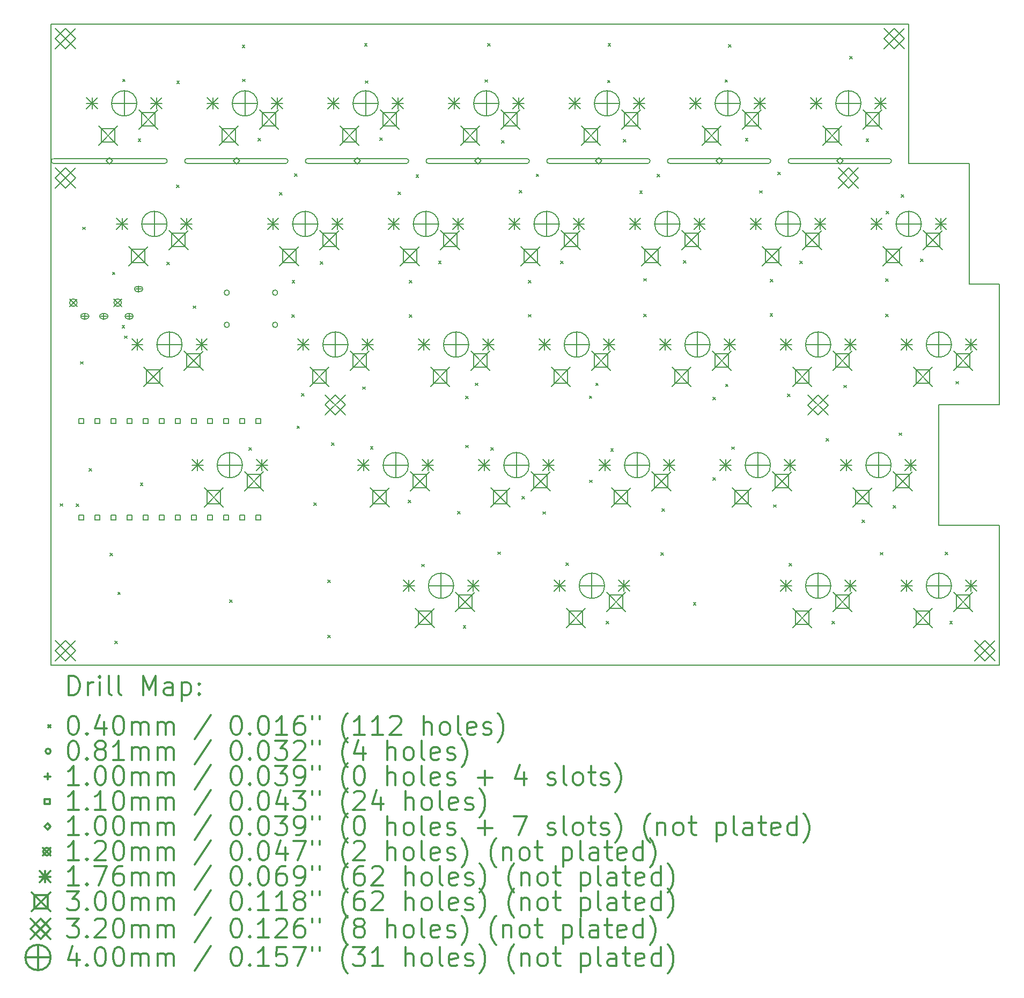
<source format=gbr>
%FSLAX45Y45*%
G04 Gerber Fmt 4.5, Leading zero omitted, Abs format (unit mm)*
G04 Created by KiCad (PCBNEW (5.0.0-3-g5ebb6b6)) date *
%MOMM*%
%LPD*%
G01*
G04 APERTURE LIST*
%ADD10C,0.150000*%
%ADD11C,0.200000*%
%ADD12C,0.300000*%
G04 APERTURE END LIST*
D10*
X2365000Y-13186000D02*
X2365000Y-3061000D01*
X17330000Y-13186000D02*
X2365000Y-13186000D01*
X17330000Y-10981000D02*
X17330000Y-13186000D01*
X16377000Y-10981000D02*
X17330000Y-10981000D01*
X16377000Y-9076000D02*
X16377000Y-10981000D01*
X17330000Y-9076000D02*
X16377000Y-9076000D01*
X17330000Y-7171000D02*
X17330000Y-9076000D01*
X16854000Y-7171000D02*
X17330000Y-7171000D01*
X16854000Y-5266000D02*
X16854000Y-7171000D01*
X15901000Y-5266000D02*
X16854000Y-5266000D01*
X15901000Y-3061000D02*
X15901000Y-5266000D01*
X2365000Y-3061000D02*
X15901000Y-3061000D01*
D11*
X2505000Y-10637000D02*
X2545000Y-10677000D01*
X2545000Y-10637000D02*
X2505000Y-10677000D01*
X2759000Y-10642000D02*
X2799000Y-10682000D01*
X2799000Y-10642000D02*
X2759000Y-10682000D01*
X2830000Y-8392000D02*
X2870000Y-8432000D01*
X2870000Y-8392000D02*
X2830000Y-8432000D01*
X2864000Y-6267000D02*
X2904000Y-6307000D01*
X2904000Y-6267000D02*
X2864000Y-6307000D01*
X2966000Y-10082000D02*
X3006000Y-10122000D01*
X3006000Y-10082000D02*
X2966000Y-10122000D01*
X3292000Y-11417000D02*
X3332000Y-11457000D01*
X3332000Y-11417000D02*
X3292000Y-11457000D01*
X3333000Y-6979000D02*
X3373000Y-7019000D01*
X3373000Y-6979000D02*
X3333000Y-7019000D01*
X3373000Y-12810000D02*
X3413000Y-12850000D01*
X3413000Y-12810000D02*
X3373000Y-12850000D01*
X3417000Y-12034000D02*
X3457000Y-12074000D01*
X3457000Y-12034000D02*
X3417000Y-12074000D01*
X3486000Y-7820000D02*
X3526000Y-7860000D01*
X3526000Y-7820000D02*
X3486000Y-7860000D01*
X3493000Y-3931000D02*
X3533000Y-3971000D01*
X3533000Y-3931000D02*
X3493000Y-3971000D01*
X3520000Y-7986000D02*
X3560000Y-8026000D01*
X3560000Y-7986000D02*
X3520000Y-8026000D01*
X3739000Y-4874000D02*
X3779000Y-4914000D01*
X3779000Y-4874000D02*
X3739000Y-4914000D01*
X3773000Y-10312000D02*
X3813000Y-10352000D01*
X3813000Y-10312000D02*
X3773000Y-10352000D01*
X4190000Y-6820000D02*
X4230000Y-6860000D01*
X4230000Y-6820000D02*
X4190000Y-6860000D01*
X4345000Y-5603000D02*
X4385000Y-5643000D01*
X4385000Y-5603000D02*
X4345000Y-5643000D01*
X4348000Y-3960000D02*
X4388000Y-4000000D01*
X4388000Y-3960000D02*
X4348000Y-4000000D01*
X4607000Y-7513000D02*
X4647000Y-7553000D01*
X4647000Y-7513000D02*
X4607000Y-7553000D01*
X5180000Y-12157000D02*
X5220000Y-12197000D01*
X5220000Y-12157000D02*
X5180000Y-12197000D01*
X5382000Y-3396000D02*
X5422000Y-3436000D01*
X5422000Y-3396000D02*
X5382000Y-3436000D01*
X5388000Y-3931000D02*
X5428000Y-3971000D01*
X5428000Y-3931000D02*
X5388000Y-3971000D01*
X5485000Y-9754000D02*
X5525000Y-9794000D01*
X5525000Y-9754000D02*
X5485000Y-9794000D01*
X5634000Y-4866000D02*
X5674000Y-4906000D01*
X5674000Y-4866000D02*
X5634000Y-4906000D01*
X5968000Y-5722000D02*
X6008000Y-5762000D01*
X6008000Y-5722000D02*
X5968000Y-5762000D01*
X6165000Y-7652000D02*
X6205000Y-7692000D01*
X6205000Y-7652000D02*
X6165000Y-7692000D01*
X6169000Y-7113000D02*
X6209000Y-7153000D01*
X6209000Y-7113000D02*
X6169000Y-7153000D01*
X6205000Y-5423000D02*
X6245000Y-5463000D01*
X6245000Y-5423000D02*
X6205000Y-5463000D01*
X6245000Y-9408000D02*
X6285000Y-9448000D01*
X6285000Y-9408000D02*
X6245000Y-9448000D01*
X6315000Y-8897000D02*
X6355000Y-8937000D01*
X6355000Y-8897000D02*
X6315000Y-8937000D01*
X6513000Y-10625000D02*
X6553000Y-10665000D01*
X6553000Y-10625000D02*
X6513000Y-10665000D01*
X6611000Y-6811000D02*
X6651000Y-6851000D01*
X6651000Y-6811000D02*
X6611000Y-6851000D01*
X6732000Y-11841000D02*
X6772000Y-11881000D01*
X6772000Y-11841000D02*
X6732000Y-11881000D01*
X6732000Y-12714000D02*
X6772000Y-12754000D01*
X6772000Y-12714000D02*
X6732000Y-12754000D01*
X6791000Y-9673000D02*
X6831000Y-9713000D01*
X6831000Y-9673000D02*
X6791000Y-9713000D01*
X7282000Y-8791000D02*
X7322000Y-8831000D01*
X7322000Y-8791000D02*
X7282000Y-8831000D01*
X7311000Y-3368000D02*
X7351000Y-3408000D01*
X7351000Y-3368000D02*
X7311000Y-3408000D01*
X7325000Y-3956000D02*
X7365000Y-3996000D01*
X7365000Y-3956000D02*
X7325000Y-3996000D01*
X7406000Y-9734000D02*
X7446000Y-9774000D01*
X7446000Y-9734000D02*
X7406000Y-9774000D01*
X7554000Y-4857000D02*
X7594000Y-4897000D01*
X7594000Y-4857000D02*
X7554000Y-4897000D01*
X7842000Y-5716000D02*
X7882000Y-5756000D01*
X7882000Y-5716000D02*
X7842000Y-5756000D01*
X8003000Y-10584000D02*
X8043000Y-10624000D01*
X8043000Y-10584000D02*
X8003000Y-10624000D01*
X8017000Y-7113000D02*
X8057000Y-7153000D01*
X8057000Y-7113000D02*
X8017000Y-7153000D01*
X8017000Y-7652000D02*
X8057000Y-7692000D01*
X8057000Y-7652000D02*
X8017000Y-7692000D01*
X8125000Y-5441000D02*
X8165000Y-5481000D01*
X8165000Y-5441000D02*
X8125000Y-5481000D01*
X8216000Y-11594000D02*
X8256000Y-11634000D01*
X8256000Y-11594000D02*
X8216000Y-11634000D01*
X8480000Y-6803000D02*
X8520000Y-6843000D01*
X8520000Y-6803000D02*
X8480000Y-6843000D01*
X8781000Y-10759000D02*
X8821000Y-10799000D01*
X8821000Y-10759000D02*
X8781000Y-10799000D01*
X8869000Y-12563000D02*
X8909000Y-12603000D01*
X8909000Y-12563000D02*
X8869000Y-12603000D01*
X8910000Y-8941000D02*
X8950000Y-8981000D01*
X8950000Y-8941000D02*
X8910000Y-8981000D01*
X8910000Y-9713000D02*
X8950000Y-9753000D01*
X8950000Y-9713000D02*
X8910000Y-9753000D01*
X9058000Y-8731000D02*
X9098000Y-8771000D01*
X9098000Y-8731000D02*
X9058000Y-8771000D01*
X9211000Y-3939000D02*
X9251000Y-3979000D01*
X9251000Y-3939000D02*
X9211000Y-3979000D01*
X9254000Y-3368000D02*
X9294000Y-3408000D01*
X9294000Y-3368000D02*
X9254000Y-3408000D01*
X9308000Y-9754000D02*
X9348000Y-9794000D01*
X9348000Y-9754000D02*
X9308000Y-9794000D01*
X9414000Y-11398000D02*
X9454000Y-11438000D01*
X9454000Y-11398000D02*
X9414000Y-11438000D01*
X9475000Y-4900000D02*
X9515000Y-4940000D01*
X9515000Y-4900000D02*
X9475000Y-4940000D01*
X9755000Y-5688000D02*
X9795000Y-5728000D01*
X9795000Y-5688000D02*
X9755000Y-5728000D01*
X9797000Y-10522000D02*
X9837000Y-10562000D01*
X9837000Y-10522000D02*
X9797000Y-10562000D01*
X9896000Y-7113000D02*
X9936000Y-7153000D01*
X9936000Y-7113000D02*
X9896000Y-7153000D01*
X9901000Y-7648000D02*
X9941000Y-7688000D01*
X9941000Y-7648000D02*
X9901000Y-7688000D01*
X10022000Y-5429000D02*
X10062000Y-5469000D01*
X10062000Y-5429000D02*
X10022000Y-5469000D01*
X10130000Y-10764000D02*
X10170000Y-10804000D01*
X10170000Y-10764000D02*
X10130000Y-10804000D01*
X10409000Y-6803000D02*
X10449000Y-6843000D01*
X10449000Y-6803000D02*
X10409000Y-6843000D01*
X10490000Y-11573000D02*
X10530000Y-11613000D01*
X10530000Y-11573000D02*
X10490000Y-11613000D01*
X10860000Y-8936000D02*
X10900000Y-8976000D01*
X10900000Y-8936000D02*
X10860000Y-8976000D01*
X10864000Y-10265000D02*
X10904000Y-10305000D01*
X10904000Y-10265000D02*
X10864000Y-10305000D01*
X10961000Y-8731000D02*
X11001000Y-8771000D01*
X11001000Y-8731000D02*
X10961000Y-8771000D01*
X11129000Y-12494000D02*
X11169000Y-12534000D01*
X11169000Y-12494000D02*
X11129000Y-12534000D01*
X11148000Y-3948000D02*
X11188000Y-3988000D01*
X11188000Y-3948000D02*
X11148000Y-3988000D01*
X11155000Y-3368000D02*
X11195000Y-3408000D01*
X11195000Y-3368000D02*
X11155000Y-3408000D01*
X11198000Y-9767000D02*
X11238000Y-9807000D01*
X11238000Y-9767000D02*
X11198000Y-9807000D01*
X11395000Y-4883000D02*
X11435000Y-4923000D01*
X11435000Y-4883000D02*
X11395000Y-4923000D01*
X11655000Y-5699000D02*
X11695000Y-5739000D01*
X11695000Y-5699000D02*
X11655000Y-5739000D01*
X11721000Y-7080000D02*
X11761000Y-7120000D01*
X11761000Y-7080000D02*
X11721000Y-7120000D01*
X11721000Y-7645000D02*
X11761000Y-7685000D01*
X11761000Y-7645000D02*
X11721000Y-7685000D01*
X11931000Y-5431000D02*
X11971000Y-5471000D01*
X11971000Y-5431000D02*
X11931000Y-5471000D01*
X11989000Y-11412000D02*
X12029000Y-11452000D01*
X12029000Y-11412000D02*
X11989000Y-11452000D01*
X12009000Y-10715000D02*
X12049000Y-10755000D01*
X12049000Y-10715000D02*
X12009000Y-10755000D01*
X12346000Y-6794000D02*
X12386000Y-6834000D01*
X12386000Y-6794000D02*
X12346000Y-6834000D01*
X12503000Y-12199000D02*
X12543000Y-12239000D01*
X12543000Y-12199000D02*
X12503000Y-12239000D01*
X12809000Y-8955000D02*
X12849000Y-8995000D01*
X12849000Y-8955000D02*
X12809000Y-8995000D01*
X12809000Y-10223000D02*
X12849000Y-10263000D01*
X12849000Y-10223000D02*
X12809000Y-10263000D01*
X13001000Y-3939000D02*
X13041000Y-3979000D01*
X13041000Y-3939000D02*
X13001000Y-3979000D01*
X13009000Y-8748000D02*
X13049000Y-8788000D01*
X13049000Y-8748000D02*
X13009000Y-8788000D01*
X13056000Y-3382000D02*
X13096000Y-3422000D01*
X13096000Y-3382000D02*
X13056000Y-3422000D01*
X13108000Y-9739000D02*
X13148000Y-9779000D01*
X13148000Y-9739000D02*
X13108000Y-9779000D01*
X13323000Y-4866000D02*
X13363000Y-4906000D01*
X13363000Y-4866000D02*
X13323000Y-4906000D01*
X13548000Y-5692000D02*
X13588000Y-5732000D01*
X13588000Y-5692000D02*
X13548000Y-5732000D01*
X13712000Y-7636000D02*
X13752000Y-7676000D01*
X13752000Y-7636000D02*
X13712000Y-7676000D01*
X13716000Y-7093000D02*
X13756000Y-7133000D01*
X13756000Y-7093000D02*
X13716000Y-7133000D01*
X13767000Y-10653000D02*
X13807000Y-10693000D01*
X13807000Y-10653000D02*
X13767000Y-10693000D01*
X13835000Y-5402000D02*
X13875000Y-5442000D01*
X13875000Y-5402000D02*
X13835000Y-5442000D01*
X13989000Y-8906000D02*
X14029000Y-8946000D01*
X14029000Y-8906000D02*
X13989000Y-8946000D01*
X14015000Y-11580000D02*
X14055000Y-11620000D01*
X14055000Y-11580000D02*
X14015000Y-11620000D01*
X14182000Y-6803000D02*
X14222000Y-6843000D01*
X14222000Y-6803000D02*
X14182000Y-6843000D01*
X14599000Y-9605000D02*
X14639000Y-9645000D01*
X14639000Y-9605000D02*
X14599000Y-9645000D01*
X14688000Y-12494000D02*
X14728000Y-12534000D01*
X14728000Y-12494000D02*
X14688000Y-12534000D01*
X14878000Y-8765000D02*
X14918000Y-8805000D01*
X14918000Y-8765000D02*
X14878000Y-8805000D01*
X14970000Y-3573000D02*
X15010000Y-3613000D01*
X15010000Y-3573000D02*
X14970000Y-3613000D01*
X15163000Y-10894000D02*
X15203000Y-10934000D01*
X15203000Y-10894000D02*
X15163000Y-10934000D01*
X15227000Y-4874000D02*
X15267000Y-4914000D01*
X15267000Y-4874000D02*
X15227000Y-4914000D01*
X15451000Y-11406000D02*
X15491000Y-11446000D01*
X15491000Y-11406000D02*
X15451000Y-11446000D01*
X15536000Y-7085000D02*
X15576000Y-7125000D01*
X15576000Y-7085000D02*
X15536000Y-7125000D01*
X15540000Y-7643000D02*
X15580000Y-7683000D01*
X15580000Y-7643000D02*
X15540000Y-7683000D01*
X15547000Y-6019000D02*
X15587000Y-6059000D01*
X15587000Y-6019000D02*
X15547000Y-6059000D01*
X15657000Y-10667000D02*
X15697000Y-10707000D01*
X15697000Y-10667000D02*
X15657000Y-10707000D01*
X15746000Y-9519000D02*
X15786000Y-9559000D01*
X15786000Y-9519000D02*
X15746000Y-9559000D01*
X15783000Y-5757000D02*
X15823000Y-5797000D01*
X15823000Y-5757000D02*
X15783000Y-5797000D01*
X16085000Y-6769000D02*
X16125000Y-6809000D01*
X16125000Y-6769000D02*
X16085000Y-6809000D01*
X16474000Y-11402000D02*
X16514000Y-11442000D01*
X16514000Y-11402000D02*
X16474000Y-11442000D01*
X16550000Y-12494000D02*
X16590000Y-12534000D01*
X16590000Y-12494000D02*
X16550000Y-12534000D01*
X16646000Y-8706000D02*
X16686000Y-8746000D01*
X16686000Y-8706000D02*
X16646000Y-8746000D01*
X5177640Y-7304000D02*
G75*
G03X5177640Y-7304000I-40640J0D01*
G01*
X5177640Y-7812000D02*
G75*
G03X5177640Y-7812000I-40640J0D01*
G01*
X5939640Y-7304000D02*
G75*
G03X5939640Y-7304000I-40640J0D01*
G01*
X5939640Y-7812000D02*
G75*
G03X5939640Y-7812000I-40640J0D01*
G01*
X2895500Y-7626500D02*
X2895500Y-7726500D01*
X2845500Y-7676500D02*
X2945500Y-7676500D01*
X2870500Y-7716500D02*
X2920500Y-7716500D01*
X2870500Y-7636500D02*
X2920500Y-7636500D01*
X2920500Y-7716500D02*
G75*
G03X2920500Y-7636500I0J40000D01*
G01*
X2870500Y-7636500D02*
G75*
G03X2870500Y-7716500I0J-40000D01*
G01*
X3195500Y-7626500D02*
X3195500Y-7726500D01*
X3145500Y-7676500D02*
X3245500Y-7676500D01*
X3170500Y-7716500D02*
X3220500Y-7716500D01*
X3170500Y-7636500D02*
X3220500Y-7636500D01*
X3220500Y-7716500D02*
G75*
G03X3220500Y-7636500I0J40000D01*
G01*
X3170500Y-7636500D02*
G75*
G03X3170500Y-7716500I0J-40000D01*
G01*
X3595500Y-7626500D02*
X3595500Y-7726500D01*
X3545500Y-7676500D02*
X3645500Y-7676500D01*
X3570500Y-7716500D02*
X3620500Y-7716500D01*
X3570500Y-7636500D02*
X3620500Y-7636500D01*
X3620500Y-7716500D02*
G75*
G03X3620500Y-7636500I0J40000D01*
G01*
X3570500Y-7636500D02*
G75*
G03X3570500Y-7716500I0J-40000D01*
G01*
X3745500Y-7196500D02*
X3745500Y-7296500D01*
X3695500Y-7246500D02*
X3795500Y-7246500D01*
X3720500Y-7286500D02*
X3770500Y-7286500D01*
X3720500Y-7206500D02*
X3770500Y-7206500D01*
X3770500Y-7286500D02*
G75*
G03X3770500Y-7206500I0J40000D01*
G01*
X3720500Y-7206500D02*
G75*
G03X3720500Y-7286500I0J-40000D01*
G01*
X2878891Y-9371891D02*
X2878891Y-9294109D01*
X2801109Y-9294109D01*
X2801109Y-9371891D01*
X2878891Y-9371891D01*
X2878891Y-10895891D02*
X2878891Y-10818109D01*
X2801109Y-10818109D01*
X2801109Y-10895891D01*
X2878891Y-10895891D01*
X3132891Y-9371891D02*
X3132891Y-9294109D01*
X3055109Y-9294109D01*
X3055109Y-9371891D01*
X3132891Y-9371891D01*
X3132891Y-10895891D02*
X3132891Y-10818109D01*
X3055109Y-10818109D01*
X3055109Y-10895891D01*
X3132891Y-10895891D01*
X3386891Y-9371891D02*
X3386891Y-9294109D01*
X3309109Y-9294109D01*
X3309109Y-9371891D01*
X3386891Y-9371891D01*
X3386891Y-10895891D02*
X3386891Y-10818109D01*
X3309109Y-10818109D01*
X3309109Y-10895891D01*
X3386891Y-10895891D01*
X3640891Y-9371891D02*
X3640891Y-9294109D01*
X3563109Y-9294109D01*
X3563109Y-9371891D01*
X3640891Y-9371891D01*
X3640891Y-10895891D02*
X3640891Y-10818109D01*
X3563109Y-10818109D01*
X3563109Y-10895891D01*
X3640891Y-10895891D01*
X3894891Y-9371891D02*
X3894891Y-9294109D01*
X3817109Y-9294109D01*
X3817109Y-9371891D01*
X3894891Y-9371891D01*
X3894891Y-10895891D02*
X3894891Y-10818109D01*
X3817109Y-10818109D01*
X3817109Y-10895891D01*
X3894891Y-10895891D01*
X4148891Y-9371891D02*
X4148891Y-9294109D01*
X4071109Y-9294109D01*
X4071109Y-9371891D01*
X4148891Y-9371891D01*
X4148891Y-10895891D02*
X4148891Y-10818109D01*
X4071109Y-10818109D01*
X4071109Y-10895891D01*
X4148891Y-10895891D01*
X4402891Y-9371891D02*
X4402891Y-9294109D01*
X4325109Y-9294109D01*
X4325109Y-9371891D01*
X4402891Y-9371891D01*
X4402891Y-10895891D02*
X4402891Y-10818109D01*
X4325109Y-10818109D01*
X4325109Y-10895891D01*
X4402891Y-10895891D01*
X4656891Y-9371891D02*
X4656891Y-9294109D01*
X4579109Y-9294109D01*
X4579109Y-9371891D01*
X4656891Y-9371891D01*
X4656891Y-10895891D02*
X4656891Y-10818109D01*
X4579109Y-10818109D01*
X4579109Y-10895891D01*
X4656891Y-10895891D01*
X4910891Y-9371891D02*
X4910891Y-9294109D01*
X4833109Y-9294109D01*
X4833109Y-9371891D01*
X4910891Y-9371891D01*
X4910891Y-10895891D02*
X4910891Y-10818109D01*
X4833109Y-10818109D01*
X4833109Y-10895891D01*
X4910891Y-10895891D01*
X5164891Y-9371891D02*
X5164891Y-9294109D01*
X5087109Y-9294109D01*
X5087109Y-9371891D01*
X5164891Y-9371891D01*
X5164891Y-10895891D02*
X5164891Y-10818109D01*
X5087109Y-10818109D01*
X5087109Y-10895891D01*
X5164891Y-10895891D01*
X5418891Y-9371891D02*
X5418891Y-9294109D01*
X5341109Y-9294109D01*
X5341109Y-9371891D01*
X5418891Y-9371891D01*
X5418891Y-10895891D02*
X5418891Y-10818109D01*
X5341109Y-10818109D01*
X5341109Y-10895891D01*
X5418891Y-10895891D01*
X5672891Y-9371891D02*
X5672891Y-9294109D01*
X5595109Y-9294109D01*
X5595109Y-9371891D01*
X5672891Y-9371891D01*
X5672891Y-10895891D02*
X5672891Y-10818109D01*
X5595109Y-10818109D01*
X5595109Y-10895891D01*
X5672891Y-10895891D01*
X11003000Y-5274000D02*
X11053000Y-5224000D01*
X11003000Y-5174000D01*
X10953000Y-5224000D01*
X11003000Y-5274000D01*
X10228000Y-5264000D02*
X11778000Y-5264000D01*
X10228000Y-5184000D02*
X11778000Y-5184000D01*
X11778000Y-5264000D02*
G75*
G03X11778000Y-5184000I0J40000D01*
G01*
X10228000Y-5184000D02*
G75*
G03X10228000Y-5264000I0J-40000D01*
G01*
X7193000Y-5274000D02*
X7243000Y-5224000D01*
X7193000Y-5174000D01*
X7143000Y-5224000D01*
X7193000Y-5274000D01*
X6418000Y-5264000D02*
X7968000Y-5264000D01*
X6418000Y-5184000D02*
X7968000Y-5184000D01*
X7968000Y-5264000D02*
G75*
G03X7968000Y-5184000I0J40000D01*
G01*
X6418000Y-5184000D02*
G75*
G03X6418000Y-5264000I0J-40000D01*
G01*
X3282500Y-5274000D02*
X3332500Y-5224000D01*
X3282500Y-5174000D01*
X3232500Y-5224000D01*
X3282500Y-5274000D01*
X2407500Y-5264000D02*
X4157500Y-5264000D01*
X2407500Y-5184000D02*
X4157500Y-5184000D01*
X4157500Y-5264000D02*
G75*
G03X4157500Y-5184000I0J40000D01*
G01*
X2407500Y-5184000D02*
G75*
G03X2407500Y-5264000I0J-40000D01*
G01*
X14813000Y-5274000D02*
X14863000Y-5224000D01*
X14813000Y-5174000D01*
X14763000Y-5224000D01*
X14813000Y-5274000D01*
X14038000Y-5264000D02*
X15588000Y-5264000D01*
X14038000Y-5184000D02*
X15588000Y-5184000D01*
X15588000Y-5264000D02*
G75*
G03X15588000Y-5184000I0J40000D01*
G01*
X14038000Y-5184000D02*
G75*
G03X14038000Y-5264000I0J-40000D01*
G01*
X12908000Y-5274000D02*
X12958000Y-5224000D01*
X12908000Y-5174000D01*
X12858000Y-5224000D01*
X12908000Y-5274000D01*
X12133000Y-5264000D02*
X13683000Y-5264000D01*
X12133000Y-5184000D02*
X13683000Y-5184000D01*
X13683000Y-5264000D02*
G75*
G03X13683000Y-5184000I0J40000D01*
G01*
X12133000Y-5184000D02*
G75*
G03X12133000Y-5264000I0J-40000D01*
G01*
X9098000Y-5274000D02*
X9148000Y-5224000D01*
X9098000Y-5174000D01*
X9048000Y-5224000D01*
X9098000Y-5274000D01*
X8323000Y-5264000D02*
X9873000Y-5264000D01*
X8323000Y-5184000D02*
X9873000Y-5184000D01*
X9873000Y-5264000D02*
G75*
G03X9873000Y-5184000I0J40000D01*
G01*
X8323000Y-5184000D02*
G75*
G03X8323000Y-5264000I0J-40000D01*
G01*
X5288000Y-5274000D02*
X5338000Y-5224000D01*
X5288000Y-5174000D01*
X5238000Y-5224000D01*
X5288000Y-5274000D01*
X4513000Y-5264000D02*
X6063000Y-5264000D01*
X4513000Y-5184000D02*
X6063000Y-5184000D01*
X6063000Y-5264000D02*
G75*
G03X6063000Y-5184000I0J40000D01*
G01*
X4513000Y-5184000D02*
G75*
G03X4513000Y-5264000I0J-40000D01*
G01*
X2655500Y-7401500D02*
X2775500Y-7521500D01*
X2775500Y-7401500D02*
X2655500Y-7521500D01*
X2775500Y-7461500D02*
G75*
G03X2775500Y-7461500I-60000J0D01*
G01*
X3355500Y-7401500D02*
X3475500Y-7521500D01*
X3475500Y-7401500D02*
X3355500Y-7521500D01*
X3475500Y-7461500D02*
G75*
G03X3475500Y-7461500I-60000J0D01*
G01*
X3398250Y-6131000D02*
X3574250Y-6307000D01*
X3574250Y-6131000D02*
X3398250Y-6307000D01*
X3486250Y-6131000D02*
X3486250Y-6307000D01*
X3398250Y-6219000D02*
X3574250Y-6219000D01*
X4414250Y-6131000D02*
X4590250Y-6307000D01*
X4590250Y-6131000D02*
X4414250Y-6307000D01*
X4502250Y-6131000D02*
X4502250Y-6307000D01*
X4414250Y-6219000D02*
X4590250Y-6219000D01*
X11970700Y-8036000D02*
X12146700Y-8212000D01*
X12146700Y-8036000D02*
X11970700Y-8212000D01*
X12058700Y-8036000D02*
X12058700Y-8212000D01*
X11970700Y-8124000D02*
X12146700Y-8124000D01*
X12986700Y-8036000D02*
X13162700Y-8212000D01*
X13162700Y-8036000D02*
X12986700Y-8212000D01*
X13074700Y-8036000D02*
X13074700Y-8212000D01*
X12986700Y-8124000D02*
X13162700Y-8124000D01*
X15780700Y-11846000D02*
X15956700Y-12022000D01*
X15956700Y-11846000D02*
X15780700Y-12022000D01*
X15868700Y-11846000D02*
X15868700Y-12022000D01*
X15780700Y-11934000D02*
X15956700Y-11934000D01*
X16796700Y-11846000D02*
X16972700Y-12022000D01*
X16972700Y-11846000D02*
X16796700Y-12022000D01*
X16884700Y-11846000D02*
X16884700Y-12022000D01*
X16796700Y-11934000D02*
X16972700Y-11934000D01*
X7684500Y-6131000D02*
X7860500Y-6307000D01*
X7860500Y-6131000D02*
X7684500Y-6307000D01*
X7772500Y-6131000D02*
X7772500Y-6307000D01*
X7684500Y-6219000D02*
X7860500Y-6219000D01*
X8700500Y-6131000D02*
X8876500Y-6307000D01*
X8876500Y-6131000D02*
X8700500Y-6307000D01*
X8788500Y-6131000D02*
X8788500Y-6307000D01*
X8700500Y-6219000D02*
X8876500Y-6219000D01*
X4588300Y-9941000D02*
X4764300Y-10117000D01*
X4764300Y-9941000D02*
X4588300Y-10117000D01*
X4676300Y-9941000D02*
X4676300Y-10117000D01*
X4588300Y-10029000D02*
X4764300Y-10029000D01*
X5604300Y-9941000D02*
X5780300Y-10117000D01*
X5780300Y-9941000D02*
X5604300Y-10117000D01*
X5692300Y-9941000D02*
X5692300Y-10117000D01*
X5604300Y-10029000D02*
X5780300Y-10029000D01*
X2922000Y-4226000D02*
X3098000Y-4402000D01*
X3098000Y-4226000D02*
X2922000Y-4402000D01*
X3010000Y-4226000D02*
X3010000Y-4402000D01*
X2922000Y-4314000D02*
X3098000Y-4314000D01*
X3938000Y-4226000D02*
X4114000Y-4402000D01*
X4114000Y-4226000D02*
X3938000Y-4402000D01*
X4026000Y-4226000D02*
X4026000Y-4402000D01*
X3938000Y-4314000D02*
X4114000Y-4314000D01*
X11494500Y-6131000D02*
X11670500Y-6307000D01*
X11670500Y-6131000D02*
X11494500Y-6307000D01*
X11582500Y-6131000D02*
X11582500Y-6307000D01*
X11494500Y-6219000D02*
X11670500Y-6219000D01*
X12510500Y-6131000D02*
X12686500Y-6307000D01*
X12686500Y-6131000D02*
X12510500Y-6307000D01*
X12598500Y-6131000D02*
X12598500Y-6307000D01*
X12510500Y-6219000D02*
X12686500Y-6219000D01*
X9113200Y-9941000D02*
X9289200Y-10117000D01*
X9289200Y-9941000D02*
X9113200Y-10117000D01*
X9201200Y-9941000D02*
X9201200Y-10117000D01*
X9113200Y-10029000D02*
X9289200Y-10029000D01*
X10129200Y-9941000D02*
X10305200Y-10117000D01*
X10305200Y-9941000D02*
X10129200Y-10117000D01*
X10217200Y-9941000D02*
X10217200Y-10117000D01*
X10129200Y-10029000D02*
X10305200Y-10029000D01*
X6732000Y-4226000D02*
X6908000Y-4402000D01*
X6908000Y-4226000D02*
X6732000Y-4402000D01*
X6820000Y-4226000D02*
X6820000Y-4402000D01*
X6732000Y-4314000D02*
X6908000Y-4314000D01*
X7748000Y-4226000D02*
X7924000Y-4402000D01*
X7924000Y-4226000D02*
X7748000Y-4402000D01*
X7836000Y-4226000D02*
X7836000Y-4402000D01*
X7748000Y-4314000D02*
X7924000Y-4314000D01*
X15304500Y-6131000D02*
X15480500Y-6307000D01*
X15480500Y-6131000D02*
X15304500Y-6307000D01*
X15392500Y-6131000D02*
X15392500Y-6307000D01*
X15304500Y-6219000D02*
X15480500Y-6219000D01*
X16320500Y-6131000D02*
X16496500Y-6307000D01*
X16496500Y-6131000D02*
X16320500Y-6307000D01*
X16408500Y-6131000D02*
X16408500Y-6307000D01*
X16320500Y-6219000D02*
X16496500Y-6219000D01*
X12923200Y-9941000D02*
X13099200Y-10117000D01*
X13099200Y-9941000D02*
X12923200Y-10117000D01*
X13011200Y-9941000D02*
X13011200Y-10117000D01*
X12923200Y-10029000D02*
X13099200Y-10029000D01*
X13939200Y-9941000D02*
X14115200Y-10117000D01*
X14115200Y-9941000D02*
X13939200Y-10117000D01*
X14027200Y-9941000D02*
X14027200Y-10117000D01*
X13939200Y-10029000D02*
X14115200Y-10029000D01*
X10542000Y-4226000D02*
X10718000Y-4402000D01*
X10718000Y-4226000D02*
X10542000Y-4402000D01*
X10630000Y-4226000D02*
X10630000Y-4402000D01*
X10542000Y-4314000D02*
X10718000Y-4314000D01*
X11558000Y-4226000D02*
X11734000Y-4402000D01*
X11734000Y-4226000D02*
X11558000Y-4402000D01*
X11646000Y-4226000D02*
X11646000Y-4402000D01*
X11558000Y-4314000D02*
X11734000Y-4314000D01*
X6255700Y-8036000D02*
X6431700Y-8212000D01*
X6431700Y-8036000D02*
X6255700Y-8212000D01*
X6343700Y-8036000D02*
X6343700Y-8212000D01*
X6255700Y-8124000D02*
X6431700Y-8124000D01*
X7271700Y-8036000D02*
X7447700Y-8212000D01*
X7447700Y-8036000D02*
X7271700Y-8212000D01*
X7359700Y-8036000D02*
X7359700Y-8212000D01*
X7271700Y-8124000D02*
X7447700Y-8124000D01*
X7922575Y-11846000D02*
X8098575Y-12022000D01*
X8098575Y-11846000D02*
X7922575Y-12022000D01*
X8010575Y-11846000D02*
X8010575Y-12022000D01*
X7922575Y-11934000D02*
X8098575Y-11934000D01*
X8938575Y-11846000D02*
X9114575Y-12022000D01*
X9114575Y-11846000D02*
X8938575Y-12022000D01*
X9026575Y-11846000D02*
X9026575Y-12022000D01*
X8938575Y-11934000D02*
X9114575Y-11934000D01*
X14352000Y-4226000D02*
X14528000Y-4402000D01*
X14528000Y-4226000D02*
X14352000Y-4402000D01*
X14440000Y-4226000D02*
X14440000Y-4402000D01*
X14352000Y-4314000D02*
X14528000Y-4314000D01*
X15368000Y-4226000D02*
X15544000Y-4402000D01*
X15544000Y-4226000D02*
X15368000Y-4402000D01*
X15456000Y-4226000D02*
X15456000Y-4402000D01*
X15368000Y-4314000D02*
X15544000Y-4314000D01*
X10065700Y-8036000D02*
X10241700Y-8212000D01*
X10241700Y-8036000D02*
X10065700Y-8212000D01*
X10153700Y-8036000D02*
X10153700Y-8212000D01*
X10065700Y-8124000D02*
X10241700Y-8124000D01*
X11081700Y-8036000D02*
X11257700Y-8212000D01*
X11257700Y-8036000D02*
X11081700Y-8212000D01*
X11169700Y-8036000D02*
X11169700Y-8212000D01*
X11081700Y-8124000D02*
X11257700Y-8124000D01*
X13875700Y-11846000D02*
X14051700Y-12022000D01*
X14051700Y-11846000D02*
X13875700Y-12022000D01*
X13963700Y-11846000D02*
X13963700Y-12022000D01*
X13875700Y-11934000D02*
X14051700Y-11934000D01*
X14891700Y-11846000D02*
X15067700Y-12022000D01*
X15067700Y-11846000D02*
X14891700Y-12022000D01*
X14979700Y-11846000D02*
X14979700Y-12022000D01*
X14891700Y-11934000D02*
X15067700Y-11934000D01*
X5779500Y-6131000D02*
X5955500Y-6307000D01*
X5955500Y-6131000D02*
X5779500Y-6307000D01*
X5867500Y-6131000D02*
X5867500Y-6307000D01*
X5779500Y-6219000D02*
X5955500Y-6219000D01*
X6795500Y-6131000D02*
X6971500Y-6307000D01*
X6971500Y-6131000D02*
X6795500Y-6307000D01*
X6883500Y-6131000D02*
X6883500Y-6307000D01*
X6795500Y-6219000D02*
X6971500Y-6219000D01*
X13875700Y-8036000D02*
X14051700Y-8212000D01*
X14051700Y-8036000D02*
X13875700Y-8212000D01*
X13963700Y-8036000D02*
X13963700Y-8212000D01*
X13875700Y-8124000D02*
X14051700Y-8124000D01*
X14891700Y-8036000D02*
X15067700Y-8212000D01*
X15067700Y-8036000D02*
X14891700Y-8212000D01*
X14979700Y-8036000D02*
X14979700Y-8212000D01*
X14891700Y-8124000D02*
X15067700Y-8124000D01*
X15780700Y-8036000D02*
X15956700Y-8212000D01*
X15956700Y-8036000D02*
X15780700Y-8212000D01*
X15868700Y-8036000D02*
X15868700Y-8212000D01*
X15780700Y-8124000D02*
X15956700Y-8124000D01*
X16796700Y-8036000D02*
X16972700Y-8212000D01*
X16972700Y-8036000D02*
X16796700Y-8212000D01*
X16884700Y-8036000D02*
X16884700Y-8212000D01*
X16796700Y-8124000D02*
X16972700Y-8124000D01*
X9589500Y-6131000D02*
X9765500Y-6307000D01*
X9765500Y-6131000D02*
X9589500Y-6307000D01*
X9677500Y-6131000D02*
X9677500Y-6307000D01*
X9589500Y-6219000D02*
X9765500Y-6219000D01*
X10605500Y-6131000D02*
X10781500Y-6307000D01*
X10781500Y-6131000D02*
X10605500Y-6307000D01*
X10693500Y-6131000D02*
X10693500Y-6307000D01*
X10605500Y-6219000D02*
X10781500Y-6219000D01*
X7208200Y-9941000D02*
X7384200Y-10117000D01*
X7384200Y-9941000D02*
X7208200Y-10117000D01*
X7296200Y-9941000D02*
X7296200Y-10117000D01*
X7208200Y-10029000D02*
X7384200Y-10029000D01*
X8224200Y-9941000D02*
X8400200Y-10117000D01*
X8400200Y-9941000D02*
X8224200Y-10117000D01*
X8312200Y-9941000D02*
X8312200Y-10117000D01*
X8224200Y-10029000D02*
X8400200Y-10029000D01*
X4827000Y-4226000D02*
X5003000Y-4402000D01*
X5003000Y-4226000D02*
X4827000Y-4402000D01*
X4915000Y-4226000D02*
X4915000Y-4402000D01*
X4827000Y-4314000D02*
X5003000Y-4314000D01*
X5843000Y-4226000D02*
X6019000Y-4402000D01*
X6019000Y-4226000D02*
X5843000Y-4402000D01*
X5931000Y-4226000D02*
X5931000Y-4402000D01*
X5843000Y-4314000D02*
X6019000Y-4314000D01*
X13399500Y-6131000D02*
X13575500Y-6307000D01*
X13575500Y-6131000D02*
X13399500Y-6307000D01*
X13487500Y-6131000D02*
X13487500Y-6307000D01*
X13399500Y-6219000D02*
X13575500Y-6219000D01*
X14415500Y-6131000D02*
X14591500Y-6307000D01*
X14591500Y-6131000D02*
X14415500Y-6307000D01*
X14503500Y-6131000D02*
X14503500Y-6307000D01*
X14415500Y-6219000D02*
X14591500Y-6219000D01*
X11018200Y-9941000D02*
X11194200Y-10117000D01*
X11194200Y-9941000D02*
X11018200Y-10117000D01*
X11106200Y-9941000D02*
X11106200Y-10117000D01*
X11018200Y-10029000D02*
X11194200Y-10029000D01*
X12034200Y-9941000D02*
X12210200Y-10117000D01*
X12210200Y-9941000D02*
X12034200Y-10117000D01*
X12122200Y-9941000D02*
X12122200Y-10117000D01*
X12034200Y-10029000D02*
X12210200Y-10029000D01*
X8637000Y-4226000D02*
X8813000Y-4402000D01*
X8813000Y-4226000D02*
X8637000Y-4402000D01*
X8725000Y-4226000D02*
X8725000Y-4402000D01*
X8637000Y-4314000D02*
X8813000Y-4314000D01*
X9653000Y-4226000D02*
X9829000Y-4402000D01*
X9829000Y-4226000D02*
X9653000Y-4402000D01*
X9741000Y-4226000D02*
X9741000Y-4402000D01*
X9653000Y-4314000D02*
X9829000Y-4314000D01*
X3636375Y-8036000D02*
X3812375Y-8212000D01*
X3812375Y-8036000D02*
X3636375Y-8212000D01*
X3724375Y-8036000D02*
X3724375Y-8212000D01*
X3636375Y-8124000D02*
X3812375Y-8124000D01*
X4652375Y-8036000D02*
X4828375Y-8212000D01*
X4828375Y-8036000D02*
X4652375Y-8212000D01*
X4740375Y-8036000D02*
X4740375Y-8212000D01*
X4652375Y-8124000D02*
X4828375Y-8124000D01*
X14828200Y-9941000D02*
X15004200Y-10117000D01*
X15004200Y-9941000D02*
X14828200Y-10117000D01*
X14916200Y-9941000D02*
X14916200Y-10117000D01*
X14828200Y-10029000D02*
X15004200Y-10029000D01*
X15844200Y-9941000D02*
X16020200Y-10117000D01*
X16020200Y-9941000D02*
X15844200Y-10117000D01*
X15932200Y-9941000D02*
X15932200Y-10117000D01*
X15844200Y-10029000D02*
X16020200Y-10029000D01*
X12447000Y-4226000D02*
X12623000Y-4402000D01*
X12623000Y-4226000D02*
X12447000Y-4402000D01*
X12535000Y-4226000D02*
X12535000Y-4402000D01*
X12447000Y-4314000D02*
X12623000Y-4314000D01*
X13463000Y-4226000D02*
X13639000Y-4402000D01*
X13639000Y-4226000D02*
X13463000Y-4402000D01*
X13551000Y-4226000D02*
X13551000Y-4402000D01*
X13463000Y-4314000D02*
X13639000Y-4314000D01*
X8160700Y-8036000D02*
X8336700Y-8212000D01*
X8336700Y-8036000D02*
X8160700Y-8212000D01*
X8248700Y-8036000D02*
X8248700Y-8212000D01*
X8160700Y-8124000D02*
X8336700Y-8124000D01*
X9176700Y-8036000D02*
X9352700Y-8212000D01*
X9352700Y-8036000D02*
X9176700Y-8212000D01*
X9264700Y-8036000D02*
X9264700Y-8212000D01*
X9176700Y-8124000D02*
X9352700Y-8124000D01*
X10303825Y-11846000D02*
X10479825Y-12022000D01*
X10479825Y-11846000D02*
X10303825Y-12022000D01*
X10391825Y-11846000D02*
X10391825Y-12022000D01*
X10303825Y-11934000D02*
X10479825Y-11934000D01*
X11319825Y-11846000D02*
X11495825Y-12022000D01*
X11495825Y-11846000D02*
X11319825Y-12022000D01*
X11407825Y-11846000D02*
X11407825Y-12022000D01*
X11319825Y-11934000D02*
X11495825Y-11934000D01*
X3114000Y-4672000D02*
X3414000Y-4972000D01*
X3414000Y-4672000D02*
X3114000Y-4972000D01*
X3370067Y-4928067D02*
X3370067Y-4715933D01*
X3157933Y-4715933D01*
X3157933Y-4928067D01*
X3370067Y-4928067D01*
X3749000Y-4418000D02*
X4049000Y-4718000D01*
X4049000Y-4418000D02*
X3749000Y-4718000D01*
X4005067Y-4674067D02*
X4005067Y-4461933D01*
X3792933Y-4461933D01*
X3792933Y-4674067D01*
X4005067Y-4674067D01*
X11686500Y-6577000D02*
X11986500Y-6877000D01*
X11986500Y-6577000D02*
X11686500Y-6877000D01*
X11942567Y-6833067D02*
X11942567Y-6620933D01*
X11730433Y-6620933D01*
X11730433Y-6833067D01*
X11942567Y-6833067D01*
X12321500Y-6323000D02*
X12621500Y-6623000D01*
X12621500Y-6323000D02*
X12321500Y-6623000D01*
X12577567Y-6579067D02*
X12577567Y-6366933D01*
X12365433Y-6366933D01*
X12365433Y-6579067D01*
X12577567Y-6579067D01*
X9305200Y-10387000D02*
X9605200Y-10687000D01*
X9605200Y-10387000D02*
X9305200Y-10687000D01*
X9561267Y-10643067D02*
X9561267Y-10430933D01*
X9349133Y-10430933D01*
X9349133Y-10643067D01*
X9561267Y-10643067D01*
X9940200Y-10133000D02*
X10240200Y-10433000D01*
X10240200Y-10133000D02*
X9940200Y-10433000D01*
X10196267Y-10389067D02*
X10196267Y-10176933D01*
X9984133Y-10176933D01*
X9984133Y-10389067D01*
X10196267Y-10389067D01*
X6924000Y-4672000D02*
X7224000Y-4972000D01*
X7224000Y-4672000D02*
X6924000Y-4972000D01*
X7180067Y-4928067D02*
X7180067Y-4715933D01*
X6967933Y-4715933D01*
X6967933Y-4928067D01*
X7180067Y-4928067D01*
X7559000Y-4418000D02*
X7859000Y-4718000D01*
X7859000Y-4418000D02*
X7559000Y-4718000D01*
X7815067Y-4674067D02*
X7815067Y-4461933D01*
X7602933Y-4461933D01*
X7602933Y-4674067D01*
X7815067Y-4674067D01*
X15496500Y-6577000D02*
X15796500Y-6877000D01*
X15796500Y-6577000D02*
X15496500Y-6877000D01*
X15752567Y-6833067D02*
X15752567Y-6620933D01*
X15540433Y-6620933D01*
X15540433Y-6833067D01*
X15752567Y-6833067D01*
X16131500Y-6323000D02*
X16431500Y-6623000D01*
X16431500Y-6323000D02*
X16131500Y-6623000D01*
X16387567Y-6579067D02*
X16387567Y-6366933D01*
X16175433Y-6366933D01*
X16175433Y-6579067D01*
X16387567Y-6579067D01*
X13115200Y-10387000D02*
X13415200Y-10687000D01*
X13415200Y-10387000D02*
X13115200Y-10687000D01*
X13371267Y-10643067D02*
X13371267Y-10430933D01*
X13159133Y-10430933D01*
X13159133Y-10643067D01*
X13371267Y-10643067D01*
X13750200Y-10133000D02*
X14050200Y-10433000D01*
X14050200Y-10133000D02*
X13750200Y-10433000D01*
X14006267Y-10389067D02*
X14006267Y-10176933D01*
X13794133Y-10176933D01*
X13794133Y-10389067D01*
X14006267Y-10389067D01*
X10734000Y-4672000D02*
X11034000Y-4972000D01*
X11034000Y-4672000D02*
X10734000Y-4972000D01*
X10990067Y-4928067D02*
X10990067Y-4715933D01*
X10777933Y-4715933D01*
X10777933Y-4928067D01*
X10990067Y-4928067D01*
X11369000Y-4418000D02*
X11669000Y-4718000D01*
X11669000Y-4418000D02*
X11369000Y-4718000D01*
X11625067Y-4674067D02*
X11625067Y-4461933D01*
X11412933Y-4461933D01*
X11412933Y-4674067D01*
X11625067Y-4674067D01*
X6447700Y-8482000D02*
X6747700Y-8782000D01*
X6747700Y-8482000D02*
X6447700Y-8782000D01*
X6703767Y-8738067D02*
X6703767Y-8525933D01*
X6491633Y-8525933D01*
X6491633Y-8738067D01*
X6703767Y-8738067D01*
X7082700Y-8228000D02*
X7382700Y-8528000D01*
X7382700Y-8228000D02*
X7082700Y-8528000D01*
X7338767Y-8484067D02*
X7338767Y-8271933D01*
X7126633Y-8271933D01*
X7126633Y-8484067D01*
X7338767Y-8484067D01*
X8114575Y-12292000D02*
X8414575Y-12592000D01*
X8414575Y-12292000D02*
X8114575Y-12592000D01*
X8370642Y-12548067D02*
X8370642Y-12335933D01*
X8158508Y-12335933D01*
X8158508Y-12548067D01*
X8370642Y-12548067D01*
X8749575Y-12038000D02*
X9049575Y-12338000D01*
X9049575Y-12038000D02*
X8749575Y-12338000D01*
X9005642Y-12294067D02*
X9005642Y-12081933D01*
X8793508Y-12081933D01*
X8793508Y-12294067D01*
X9005642Y-12294067D01*
X14544000Y-4672000D02*
X14844000Y-4972000D01*
X14844000Y-4672000D02*
X14544000Y-4972000D01*
X14800067Y-4928067D02*
X14800067Y-4715933D01*
X14587933Y-4715933D01*
X14587933Y-4928067D01*
X14800067Y-4928067D01*
X15179000Y-4418000D02*
X15479000Y-4718000D01*
X15479000Y-4418000D02*
X15179000Y-4718000D01*
X15435067Y-4674067D02*
X15435067Y-4461933D01*
X15222933Y-4461933D01*
X15222933Y-4674067D01*
X15435067Y-4674067D01*
X10257700Y-8482000D02*
X10557700Y-8782000D01*
X10557700Y-8482000D02*
X10257700Y-8782000D01*
X10513767Y-8738067D02*
X10513767Y-8525933D01*
X10301633Y-8525933D01*
X10301633Y-8738067D01*
X10513767Y-8738067D01*
X10892700Y-8228000D02*
X11192700Y-8528000D01*
X11192700Y-8228000D02*
X10892700Y-8528000D01*
X11148767Y-8484067D02*
X11148767Y-8271933D01*
X10936633Y-8271933D01*
X10936633Y-8484067D01*
X11148767Y-8484067D01*
X14067700Y-12292000D02*
X14367700Y-12592000D01*
X14367700Y-12292000D02*
X14067700Y-12592000D01*
X14323767Y-12548067D02*
X14323767Y-12335933D01*
X14111633Y-12335933D01*
X14111633Y-12548067D01*
X14323767Y-12548067D01*
X14702700Y-12038000D02*
X15002700Y-12338000D01*
X15002700Y-12038000D02*
X14702700Y-12338000D01*
X14958767Y-12294067D02*
X14958767Y-12081933D01*
X14746633Y-12081933D01*
X14746633Y-12294067D01*
X14958767Y-12294067D01*
X5971500Y-6577000D02*
X6271500Y-6877000D01*
X6271500Y-6577000D02*
X5971500Y-6877000D01*
X6227567Y-6833067D02*
X6227567Y-6620933D01*
X6015433Y-6620933D01*
X6015433Y-6833067D01*
X6227567Y-6833067D01*
X6606500Y-6323000D02*
X6906500Y-6623000D01*
X6906500Y-6323000D02*
X6606500Y-6623000D01*
X6862567Y-6579067D02*
X6862567Y-6366933D01*
X6650433Y-6366933D01*
X6650433Y-6579067D01*
X6862567Y-6579067D01*
X14067700Y-8482000D02*
X14367700Y-8782000D01*
X14367700Y-8482000D02*
X14067700Y-8782000D01*
X14323767Y-8738067D02*
X14323767Y-8525933D01*
X14111633Y-8525933D01*
X14111633Y-8738067D01*
X14323767Y-8738067D01*
X14702700Y-8228000D02*
X15002700Y-8528000D01*
X15002700Y-8228000D02*
X14702700Y-8528000D01*
X14958767Y-8484067D02*
X14958767Y-8271933D01*
X14746633Y-8271933D01*
X14746633Y-8484067D01*
X14958767Y-8484067D01*
X15972700Y-8482000D02*
X16272700Y-8782000D01*
X16272700Y-8482000D02*
X15972700Y-8782000D01*
X16228767Y-8738067D02*
X16228767Y-8525933D01*
X16016633Y-8525933D01*
X16016633Y-8738067D01*
X16228767Y-8738067D01*
X16607700Y-8228000D02*
X16907700Y-8528000D01*
X16907700Y-8228000D02*
X16607700Y-8528000D01*
X16863767Y-8484067D02*
X16863767Y-8271933D01*
X16651633Y-8271933D01*
X16651633Y-8484067D01*
X16863767Y-8484067D01*
X9781500Y-6577000D02*
X10081500Y-6877000D01*
X10081500Y-6577000D02*
X9781500Y-6877000D01*
X10037567Y-6833067D02*
X10037567Y-6620933D01*
X9825433Y-6620933D01*
X9825433Y-6833067D01*
X10037567Y-6833067D01*
X10416500Y-6323000D02*
X10716500Y-6623000D01*
X10716500Y-6323000D02*
X10416500Y-6623000D01*
X10672567Y-6579067D02*
X10672567Y-6366933D01*
X10460433Y-6366933D01*
X10460433Y-6579067D01*
X10672567Y-6579067D01*
X7400200Y-10387000D02*
X7700200Y-10687000D01*
X7700200Y-10387000D02*
X7400200Y-10687000D01*
X7656267Y-10643067D02*
X7656267Y-10430933D01*
X7444133Y-10430933D01*
X7444133Y-10643067D01*
X7656267Y-10643067D01*
X8035200Y-10133000D02*
X8335200Y-10433000D01*
X8335200Y-10133000D02*
X8035200Y-10433000D01*
X8291267Y-10389067D02*
X8291267Y-10176933D01*
X8079133Y-10176933D01*
X8079133Y-10389067D01*
X8291267Y-10389067D01*
X5019000Y-4672000D02*
X5319000Y-4972000D01*
X5319000Y-4672000D02*
X5019000Y-4972000D01*
X5275067Y-4928067D02*
X5275067Y-4715933D01*
X5062933Y-4715933D01*
X5062933Y-4928067D01*
X5275067Y-4928067D01*
X5654000Y-4418000D02*
X5954000Y-4718000D01*
X5954000Y-4418000D02*
X5654000Y-4718000D01*
X5910067Y-4674067D02*
X5910067Y-4461933D01*
X5697933Y-4461933D01*
X5697933Y-4674067D01*
X5910067Y-4674067D01*
X13591500Y-6577000D02*
X13891500Y-6877000D01*
X13891500Y-6577000D02*
X13591500Y-6877000D01*
X13847567Y-6833067D02*
X13847567Y-6620933D01*
X13635433Y-6620933D01*
X13635433Y-6833067D01*
X13847567Y-6833067D01*
X14226500Y-6323000D02*
X14526500Y-6623000D01*
X14526500Y-6323000D02*
X14226500Y-6623000D01*
X14482567Y-6579067D02*
X14482567Y-6366933D01*
X14270433Y-6366933D01*
X14270433Y-6579067D01*
X14482567Y-6579067D01*
X11210200Y-10387000D02*
X11510200Y-10687000D01*
X11510200Y-10387000D02*
X11210200Y-10687000D01*
X11466267Y-10643067D02*
X11466267Y-10430933D01*
X11254133Y-10430933D01*
X11254133Y-10643067D01*
X11466267Y-10643067D01*
X11845200Y-10133000D02*
X12145200Y-10433000D01*
X12145200Y-10133000D02*
X11845200Y-10433000D01*
X12101267Y-10389067D02*
X12101267Y-10176933D01*
X11889133Y-10176933D01*
X11889133Y-10389067D01*
X12101267Y-10389067D01*
X8829000Y-4672000D02*
X9129000Y-4972000D01*
X9129000Y-4672000D02*
X8829000Y-4972000D01*
X9085067Y-4928067D02*
X9085067Y-4715933D01*
X8872933Y-4715933D01*
X8872933Y-4928067D01*
X9085067Y-4928067D01*
X9464000Y-4418000D02*
X9764000Y-4718000D01*
X9764000Y-4418000D02*
X9464000Y-4718000D01*
X9720067Y-4674067D02*
X9720067Y-4461933D01*
X9507933Y-4461933D01*
X9507933Y-4674067D01*
X9720067Y-4674067D01*
X3828375Y-8482000D02*
X4128375Y-8782000D01*
X4128375Y-8482000D02*
X3828375Y-8782000D01*
X4084442Y-8738067D02*
X4084442Y-8525933D01*
X3872308Y-8525933D01*
X3872308Y-8738067D01*
X4084442Y-8738067D01*
X4463375Y-8228000D02*
X4763375Y-8528000D01*
X4763375Y-8228000D02*
X4463375Y-8528000D01*
X4719442Y-8484067D02*
X4719442Y-8271933D01*
X4507308Y-8271933D01*
X4507308Y-8484067D01*
X4719442Y-8484067D01*
X15020200Y-10387000D02*
X15320200Y-10687000D01*
X15320200Y-10387000D02*
X15020200Y-10687000D01*
X15276267Y-10643067D02*
X15276267Y-10430933D01*
X15064133Y-10430933D01*
X15064133Y-10643067D01*
X15276267Y-10643067D01*
X15655200Y-10133000D02*
X15955200Y-10433000D01*
X15955200Y-10133000D02*
X15655200Y-10433000D01*
X15911267Y-10389067D02*
X15911267Y-10176933D01*
X15699133Y-10176933D01*
X15699133Y-10389067D01*
X15911267Y-10389067D01*
X12639000Y-4672000D02*
X12939000Y-4972000D01*
X12939000Y-4672000D02*
X12639000Y-4972000D01*
X12895067Y-4928067D02*
X12895067Y-4715933D01*
X12682933Y-4715933D01*
X12682933Y-4928067D01*
X12895067Y-4928067D01*
X13274000Y-4418000D02*
X13574000Y-4718000D01*
X13574000Y-4418000D02*
X13274000Y-4718000D01*
X13530067Y-4674067D02*
X13530067Y-4461933D01*
X13317933Y-4461933D01*
X13317933Y-4674067D01*
X13530067Y-4674067D01*
X8352700Y-8482000D02*
X8652700Y-8782000D01*
X8652700Y-8482000D02*
X8352700Y-8782000D01*
X8608767Y-8738067D02*
X8608767Y-8525933D01*
X8396633Y-8525933D01*
X8396633Y-8738067D01*
X8608767Y-8738067D01*
X8987700Y-8228000D02*
X9287700Y-8528000D01*
X9287700Y-8228000D02*
X8987700Y-8528000D01*
X9243767Y-8484067D02*
X9243767Y-8271933D01*
X9031633Y-8271933D01*
X9031633Y-8484067D01*
X9243767Y-8484067D01*
X10495825Y-12292000D02*
X10795825Y-12592000D01*
X10795825Y-12292000D02*
X10495825Y-12592000D01*
X10751892Y-12548067D02*
X10751892Y-12335933D01*
X10539758Y-12335933D01*
X10539758Y-12548067D01*
X10751892Y-12548067D01*
X11130825Y-12038000D02*
X11430825Y-12338000D01*
X11430825Y-12038000D02*
X11130825Y-12338000D01*
X11386892Y-12294067D02*
X11386892Y-12081933D01*
X11174758Y-12081933D01*
X11174758Y-12294067D01*
X11386892Y-12294067D01*
X3590250Y-6577000D02*
X3890250Y-6877000D01*
X3890250Y-6577000D02*
X3590250Y-6877000D01*
X3846317Y-6833067D02*
X3846317Y-6620933D01*
X3634183Y-6620933D01*
X3634183Y-6833067D01*
X3846317Y-6833067D01*
X4225250Y-6323000D02*
X4525250Y-6623000D01*
X4525250Y-6323000D02*
X4225250Y-6623000D01*
X4481317Y-6579067D02*
X4481317Y-6366933D01*
X4269183Y-6366933D01*
X4269183Y-6579067D01*
X4481317Y-6579067D01*
X12162700Y-8482000D02*
X12462700Y-8782000D01*
X12462700Y-8482000D02*
X12162700Y-8782000D01*
X12418767Y-8738067D02*
X12418767Y-8525933D01*
X12206633Y-8525933D01*
X12206633Y-8738067D01*
X12418767Y-8738067D01*
X12797700Y-8228000D02*
X13097700Y-8528000D01*
X13097700Y-8228000D02*
X12797700Y-8528000D01*
X13053767Y-8484067D02*
X13053767Y-8271933D01*
X12841633Y-8271933D01*
X12841633Y-8484067D01*
X13053767Y-8484067D01*
X15972700Y-12292000D02*
X16272700Y-12592000D01*
X16272700Y-12292000D02*
X15972700Y-12592000D01*
X16228767Y-12548067D02*
X16228767Y-12335933D01*
X16016633Y-12335933D01*
X16016633Y-12548067D01*
X16228767Y-12548067D01*
X16607700Y-12038000D02*
X16907700Y-12338000D01*
X16907700Y-12038000D02*
X16607700Y-12338000D01*
X16863767Y-12294067D02*
X16863767Y-12081933D01*
X16651633Y-12081933D01*
X16651633Y-12294067D01*
X16863767Y-12294067D01*
X7876500Y-6577000D02*
X8176500Y-6877000D01*
X8176500Y-6577000D02*
X7876500Y-6877000D01*
X8132567Y-6833067D02*
X8132567Y-6620933D01*
X7920433Y-6620933D01*
X7920433Y-6833067D01*
X8132567Y-6833067D01*
X8511500Y-6323000D02*
X8811500Y-6623000D01*
X8811500Y-6323000D02*
X8511500Y-6623000D01*
X8767567Y-6579067D02*
X8767567Y-6366933D01*
X8555433Y-6366933D01*
X8555433Y-6579067D01*
X8767567Y-6579067D01*
X4780300Y-10387000D02*
X5080300Y-10687000D01*
X5080300Y-10387000D02*
X4780300Y-10687000D01*
X5036367Y-10643067D02*
X5036367Y-10430933D01*
X4824233Y-10430933D01*
X4824233Y-10643067D01*
X5036367Y-10643067D01*
X5415300Y-10133000D02*
X5715300Y-10433000D01*
X5715300Y-10133000D02*
X5415300Y-10433000D01*
X5671367Y-10389067D02*
X5671367Y-10176933D01*
X5459233Y-10176933D01*
X5459233Y-10389067D01*
X5671367Y-10389067D01*
X16945000Y-12801000D02*
X17265000Y-13121000D01*
X17265000Y-12801000D02*
X16945000Y-13121000D01*
X17105000Y-13121000D02*
X17265000Y-12961000D01*
X17105000Y-12801000D01*
X16945000Y-12961000D01*
X17105000Y-13121000D01*
X2432000Y-3128000D02*
X2752000Y-3448000D01*
X2752000Y-3128000D02*
X2432000Y-3448000D01*
X2592000Y-3448000D02*
X2752000Y-3288000D01*
X2592000Y-3128000D01*
X2432000Y-3288000D01*
X2592000Y-3448000D01*
X15514000Y-3129000D02*
X15834000Y-3449000D01*
X15834000Y-3129000D02*
X15514000Y-3449000D01*
X15674000Y-3449000D02*
X15834000Y-3289000D01*
X15674000Y-3129000D01*
X15514000Y-3289000D01*
X15674000Y-3449000D01*
X6691000Y-8917000D02*
X7011000Y-9237000D01*
X7011000Y-8917000D02*
X6691000Y-9237000D01*
X6851000Y-9237000D02*
X7011000Y-9077000D01*
X6851000Y-8917000D01*
X6691000Y-9077000D01*
X6851000Y-9237000D01*
X2430000Y-5333000D02*
X2750000Y-5653000D01*
X2750000Y-5333000D02*
X2430000Y-5653000D01*
X2590000Y-5653000D02*
X2750000Y-5493000D01*
X2590000Y-5333000D01*
X2430000Y-5493000D01*
X2590000Y-5653000D01*
X2432000Y-12799000D02*
X2752000Y-13119000D01*
X2752000Y-12799000D02*
X2432000Y-13119000D01*
X2592000Y-13119000D02*
X2752000Y-12959000D01*
X2592000Y-12799000D01*
X2432000Y-12959000D01*
X2592000Y-13119000D01*
X14788000Y-5333000D02*
X15108000Y-5653000D01*
X15108000Y-5333000D02*
X14788000Y-5653000D01*
X14948000Y-5653000D02*
X15108000Y-5493000D01*
X14948000Y-5333000D01*
X14788000Y-5493000D01*
X14948000Y-5653000D01*
X14311000Y-8918000D02*
X14631000Y-9238000D01*
X14631000Y-8918000D02*
X14311000Y-9238000D01*
X14471000Y-9238000D02*
X14631000Y-9078000D01*
X14471000Y-8918000D01*
X14311000Y-9078000D01*
X14471000Y-9238000D01*
X6375500Y-6019000D02*
X6375500Y-6419000D01*
X6175500Y-6219000D02*
X6575500Y-6219000D01*
X6575500Y-6219000D02*
G75*
G03X6575500Y-6219000I-200000J0D01*
G01*
X14471700Y-7924000D02*
X14471700Y-8324000D01*
X14271700Y-8124000D02*
X14671700Y-8124000D01*
X14671700Y-8124000D02*
G75*
G03X14671700Y-8124000I-200000J0D01*
G01*
X16376700Y-7924000D02*
X16376700Y-8324000D01*
X16176700Y-8124000D02*
X16576700Y-8124000D01*
X16576700Y-8124000D02*
G75*
G03X16576700Y-8124000I-200000J0D01*
G01*
X10185500Y-6019000D02*
X10185500Y-6419000D01*
X9985500Y-6219000D02*
X10385500Y-6219000D01*
X10385500Y-6219000D02*
G75*
G03X10385500Y-6219000I-200000J0D01*
G01*
X7804200Y-9829000D02*
X7804200Y-10229000D01*
X7604200Y-10029000D02*
X8004200Y-10029000D01*
X8004200Y-10029000D02*
G75*
G03X8004200Y-10029000I-200000J0D01*
G01*
X5423000Y-4114000D02*
X5423000Y-4514000D01*
X5223000Y-4314000D02*
X5623000Y-4314000D01*
X5623000Y-4314000D02*
G75*
G03X5623000Y-4314000I-200000J0D01*
G01*
X13995500Y-6019000D02*
X13995500Y-6419000D01*
X13795500Y-6219000D02*
X14195500Y-6219000D01*
X14195500Y-6219000D02*
G75*
G03X14195500Y-6219000I-200000J0D01*
G01*
X11614200Y-9829000D02*
X11614200Y-10229000D01*
X11414200Y-10029000D02*
X11814200Y-10029000D01*
X11814200Y-10029000D02*
G75*
G03X11814200Y-10029000I-200000J0D01*
G01*
X9233000Y-4114000D02*
X9233000Y-4514000D01*
X9033000Y-4314000D02*
X9433000Y-4314000D01*
X9433000Y-4314000D02*
G75*
G03X9433000Y-4314000I-200000J0D01*
G01*
X4232375Y-7924000D02*
X4232375Y-8324000D01*
X4032375Y-8124000D02*
X4432375Y-8124000D01*
X4432375Y-8124000D02*
G75*
G03X4432375Y-8124000I-200000J0D01*
G01*
X15424200Y-9829000D02*
X15424200Y-10229000D01*
X15224200Y-10029000D02*
X15624200Y-10029000D01*
X15624200Y-10029000D02*
G75*
G03X15624200Y-10029000I-200000J0D01*
G01*
X13043000Y-4114000D02*
X13043000Y-4514000D01*
X12843000Y-4314000D02*
X13243000Y-4314000D01*
X13243000Y-4314000D02*
G75*
G03X13243000Y-4314000I-200000J0D01*
G01*
X8756700Y-7924000D02*
X8756700Y-8324000D01*
X8556700Y-8124000D02*
X8956700Y-8124000D01*
X8956700Y-8124000D02*
G75*
G03X8956700Y-8124000I-200000J0D01*
G01*
X10899825Y-11734000D02*
X10899825Y-12134000D01*
X10699825Y-11934000D02*
X11099825Y-11934000D01*
X11099825Y-11934000D02*
G75*
G03X11099825Y-11934000I-200000J0D01*
G01*
X3994250Y-6019000D02*
X3994250Y-6419000D01*
X3794250Y-6219000D02*
X4194250Y-6219000D01*
X4194250Y-6219000D02*
G75*
G03X4194250Y-6219000I-200000J0D01*
G01*
X12566700Y-7924000D02*
X12566700Y-8324000D01*
X12366700Y-8124000D02*
X12766700Y-8124000D01*
X12766700Y-8124000D02*
G75*
G03X12766700Y-8124000I-200000J0D01*
G01*
X16376700Y-11734000D02*
X16376700Y-12134000D01*
X16176700Y-11934000D02*
X16576700Y-11934000D01*
X16576700Y-11934000D02*
G75*
G03X16576700Y-11934000I-200000J0D01*
G01*
X8280500Y-6019000D02*
X8280500Y-6419000D01*
X8080500Y-6219000D02*
X8480500Y-6219000D01*
X8480500Y-6219000D02*
G75*
G03X8480500Y-6219000I-200000J0D01*
G01*
X5184300Y-9829000D02*
X5184300Y-10229000D01*
X4984300Y-10029000D02*
X5384300Y-10029000D01*
X5384300Y-10029000D02*
G75*
G03X5384300Y-10029000I-200000J0D01*
G01*
X3518000Y-4114000D02*
X3518000Y-4514000D01*
X3318000Y-4314000D02*
X3718000Y-4314000D01*
X3718000Y-4314000D02*
G75*
G03X3718000Y-4314000I-200000J0D01*
G01*
X12090500Y-6019000D02*
X12090500Y-6419000D01*
X11890500Y-6219000D02*
X12290500Y-6219000D01*
X12290500Y-6219000D02*
G75*
G03X12290500Y-6219000I-200000J0D01*
G01*
X9709200Y-9829000D02*
X9709200Y-10229000D01*
X9509200Y-10029000D02*
X9909200Y-10029000D01*
X9909200Y-10029000D02*
G75*
G03X9909200Y-10029000I-200000J0D01*
G01*
X7328000Y-4114000D02*
X7328000Y-4514000D01*
X7128000Y-4314000D02*
X7528000Y-4314000D01*
X7528000Y-4314000D02*
G75*
G03X7528000Y-4314000I-200000J0D01*
G01*
X15900500Y-6019000D02*
X15900500Y-6419000D01*
X15700500Y-6219000D02*
X16100500Y-6219000D01*
X16100500Y-6219000D02*
G75*
G03X16100500Y-6219000I-200000J0D01*
G01*
X13519200Y-9829000D02*
X13519200Y-10229000D01*
X13319200Y-10029000D02*
X13719200Y-10029000D01*
X13719200Y-10029000D02*
G75*
G03X13719200Y-10029000I-200000J0D01*
G01*
X11138000Y-4114000D02*
X11138000Y-4514000D01*
X10938000Y-4314000D02*
X11338000Y-4314000D01*
X11338000Y-4314000D02*
G75*
G03X11338000Y-4314000I-200000J0D01*
G01*
X6851700Y-7924000D02*
X6851700Y-8324000D01*
X6651700Y-8124000D02*
X7051700Y-8124000D01*
X7051700Y-8124000D02*
G75*
G03X7051700Y-8124000I-200000J0D01*
G01*
X8518575Y-11734000D02*
X8518575Y-12134000D01*
X8318575Y-11934000D02*
X8718575Y-11934000D01*
X8718575Y-11934000D02*
G75*
G03X8718575Y-11934000I-200000J0D01*
G01*
X14948000Y-4114000D02*
X14948000Y-4514000D01*
X14748000Y-4314000D02*
X15148000Y-4314000D01*
X15148000Y-4314000D02*
G75*
G03X15148000Y-4314000I-200000J0D01*
G01*
X10661700Y-7924000D02*
X10661700Y-8324000D01*
X10461700Y-8124000D02*
X10861700Y-8124000D01*
X10861700Y-8124000D02*
G75*
G03X10861700Y-8124000I-200000J0D01*
G01*
X14471700Y-11734000D02*
X14471700Y-12134000D01*
X14271700Y-11934000D02*
X14671700Y-11934000D01*
X14671700Y-11934000D02*
G75*
G03X14671700Y-11934000I-200000J0D01*
G01*
D12*
X2643928Y-13659214D02*
X2643928Y-13359214D01*
X2715357Y-13359214D01*
X2758214Y-13373500D01*
X2786786Y-13402071D01*
X2801071Y-13430643D01*
X2815357Y-13487786D01*
X2815357Y-13530643D01*
X2801071Y-13587786D01*
X2786786Y-13616357D01*
X2758214Y-13644929D01*
X2715357Y-13659214D01*
X2643928Y-13659214D01*
X2943928Y-13659214D02*
X2943928Y-13459214D01*
X2943928Y-13516357D02*
X2958214Y-13487786D01*
X2972500Y-13473500D01*
X3001071Y-13459214D01*
X3029643Y-13459214D01*
X3129643Y-13659214D02*
X3129643Y-13459214D01*
X3129643Y-13359214D02*
X3115357Y-13373500D01*
X3129643Y-13387786D01*
X3143928Y-13373500D01*
X3129643Y-13359214D01*
X3129643Y-13387786D01*
X3315357Y-13659214D02*
X3286786Y-13644929D01*
X3272500Y-13616357D01*
X3272500Y-13359214D01*
X3472500Y-13659214D02*
X3443928Y-13644929D01*
X3429643Y-13616357D01*
X3429643Y-13359214D01*
X3815357Y-13659214D02*
X3815357Y-13359214D01*
X3915357Y-13573500D01*
X4015357Y-13359214D01*
X4015357Y-13659214D01*
X4286786Y-13659214D02*
X4286786Y-13502071D01*
X4272500Y-13473500D01*
X4243928Y-13459214D01*
X4186786Y-13459214D01*
X4158214Y-13473500D01*
X4286786Y-13644929D02*
X4258214Y-13659214D01*
X4186786Y-13659214D01*
X4158214Y-13644929D01*
X4143928Y-13616357D01*
X4143928Y-13587786D01*
X4158214Y-13559214D01*
X4186786Y-13544929D01*
X4258214Y-13544929D01*
X4286786Y-13530643D01*
X4429643Y-13459214D02*
X4429643Y-13759214D01*
X4429643Y-13473500D02*
X4458214Y-13459214D01*
X4515357Y-13459214D01*
X4543928Y-13473500D01*
X4558214Y-13487786D01*
X4572500Y-13516357D01*
X4572500Y-13602071D01*
X4558214Y-13630643D01*
X4543928Y-13644929D01*
X4515357Y-13659214D01*
X4458214Y-13659214D01*
X4429643Y-13644929D01*
X4701071Y-13630643D02*
X4715357Y-13644929D01*
X4701071Y-13659214D01*
X4686786Y-13644929D01*
X4701071Y-13630643D01*
X4701071Y-13659214D01*
X4701071Y-13473500D02*
X4715357Y-13487786D01*
X4701071Y-13502071D01*
X4686786Y-13487786D01*
X4701071Y-13473500D01*
X4701071Y-13502071D01*
X2317500Y-14133500D02*
X2357500Y-14173500D01*
X2357500Y-14133500D02*
X2317500Y-14173500D01*
X2701071Y-13989214D02*
X2729643Y-13989214D01*
X2758214Y-14003500D01*
X2772500Y-14017786D01*
X2786786Y-14046357D01*
X2801071Y-14103500D01*
X2801071Y-14174929D01*
X2786786Y-14232071D01*
X2772500Y-14260643D01*
X2758214Y-14274929D01*
X2729643Y-14289214D01*
X2701071Y-14289214D01*
X2672500Y-14274929D01*
X2658214Y-14260643D01*
X2643928Y-14232071D01*
X2629643Y-14174929D01*
X2629643Y-14103500D01*
X2643928Y-14046357D01*
X2658214Y-14017786D01*
X2672500Y-14003500D01*
X2701071Y-13989214D01*
X2929643Y-14260643D02*
X2943928Y-14274929D01*
X2929643Y-14289214D01*
X2915357Y-14274929D01*
X2929643Y-14260643D01*
X2929643Y-14289214D01*
X3201071Y-14089214D02*
X3201071Y-14289214D01*
X3129643Y-13974929D02*
X3058214Y-14189214D01*
X3243928Y-14189214D01*
X3415357Y-13989214D02*
X3443928Y-13989214D01*
X3472500Y-14003500D01*
X3486786Y-14017786D01*
X3501071Y-14046357D01*
X3515357Y-14103500D01*
X3515357Y-14174929D01*
X3501071Y-14232071D01*
X3486786Y-14260643D01*
X3472500Y-14274929D01*
X3443928Y-14289214D01*
X3415357Y-14289214D01*
X3386786Y-14274929D01*
X3372500Y-14260643D01*
X3358214Y-14232071D01*
X3343928Y-14174929D01*
X3343928Y-14103500D01*
X3358214Y-14046357D01*
X3372500Y-14017786D01*
X3386786Y-14003500D01*
X3415357Y-13989214D01*
X3643928Y-14289214D02*
X3643928Y-14089214D01*
X3643928Y-14117786D02*
X3658214Y-14103500D01*
X3686786Y-14089214D01*
X3729643Y-14089214D01*
X3758214Y-14103500D01*
X3772500Y-14132071D01*
X3772500Y-14289214D01*
X3772500Y-14132071D02*
X3786786Y-14103500D01*
X3815357Y-14089214D01*
X3858214Y-14089214D01*
X3886786Y-14103500D01*
X3901071Y-14132071D01*
X3901071Y-14289214D01*
X4043928Y-14289214D02*
X4043928Y-14089214D01*
X4043928Y-14117786D02*
X4058214Y-14103500D01*
X4086786Y-14089214D01*
X4129643Y-14089214D01*
X4158214Y-14103500D01*
X4172500Y-14132071D01*
X4172500Y-14289214D01*
X4172500Y-14132071D02*
X4186786Y-14103500D01*
X4215357Y-14089214D01*
X4258214Y-14089214D01*
X4286786Y-14103500D01*
X4301071Y-14132071D01*
X4301071Y-14289214D01*
X4886786Y-13974929D02*
X4629643Y-14360643D01*
X5272500Y-13989214D02*
X5301071Y-13989214D01*
X5329643Y-14003500D01*
X5343928Y-14017786D01*
X5358214Y-14046357D01*
X5372500Y-14103500D01*
X5372500Y-14174929D01*
X5358214Y-14232071D01*
X5343928Y-14260643D01*
X5329643Y-14274929D01*
X5301071Y-14289214D01*
X5272500Y-14289214D01*
X5243928Y-14274929D01*
X5229643Y-14260643D01*
X5215357Y-14232071D01*
X5201071Y-14174929D01*
X5201071Y-14103500D01*
X5215357Y-14046357D01*
X5229643Y-14017786D01*
X5243928Y-14003500D01*
X5272500Y-13989214D01*
X5501071Y-14260643D02*
X5515357Y-14274929D01*
X5501071Y-14289214D01*
X5486786Y-14274929D01*
X5501071Y-14260643D01*
X5501071Y-14289214D01*
X5701071Y-13989214D02*
X5729643Y-13989214D01*
X5758214Y-14003500D01*
X5772500Y-14017786D01*
X5786786Y-14046357D01*
X5801071Y-14103500D01*
X5801071Y-14174929D01*
X5786786Y-14232071D01*
X5772500Y-14260643D01*
X5758214Y-14274929D01*
X5729643Y-14289214D01*
X5701071Y-14289214D01*
X5672500Y-14274929D01*
X5658214Y-14260643D01*
X5643928Y-14232071D01*
X5629643Y-14174929D01*
X5629643Y-14103500D01*
X5643928Y-14046357D01*
X5658214Y-14017786D01*
X5672500Y-14003500D01*
X5701071Y-13989214D01*
X6086786Y-14289214D02*
X5915357Y-14289214D01*
X6001071Y-14289214D02*
X6001071Y-13989214D01*
X5972500Y-14032071D01*
X5943928Y-14060643D01*
X5915357Y-14074929D01*
X6343928Y-13989214D02*
X6286786Y-13989214D01*
X6258214Y-14003500D01*
X6243928Y-14017786D01*
X6215357Y-14060643D01*
X6201071Y-14117786D01*
X6201071Y-14232071D01*
X6215357Y-14260643D01*
X6229643Y-14274929D01*
X6258214Y-14289214D01*
X6315357Y-14289214D01*
X6343928Y-14274929D01*
X6358214Y-14260643D01*
X6372500Y-14232071D01*
X6372500Y-14160643D01*
X6358214Y-14132071D01*
X6343928Y-14117786D01*
X6315357Y-14103500D01*
X6258214Y-14103500D01*
X6229643Y-14117786D01*
X6215357Y-14132071D01*
X6201071Y-14160643D01*
X6486786Y-13989214D02*
X6486786Y-14046357D01*
X6601071Y-13989214D02*
X6601071Y-14046357D01*
X7043928Y-14403500D02*
X7029643Y-14389214D01*
X7001071Y-14346357D01*
X6986786Y-14317786D01*
X6972500Y-14274929D01*
X6958214Y-14203500D01*
X6958214Y-14146357D01*
X6972500Y-14074929D01*
X6986786Y-14032071D01*
X7001071Y-14003500D01*
X7029643Y-13960643D01*
X7043928Y-13946357D01*
X7315357Y-14289214D02*
X7143928Y-14289214D01*
X7229643Y-14289214D02*
X7229643Y-13989214D01*
X7201071Y-14032071D01*
X7172500Y-14060643D01*
X7143928Y-14074929D01*
X7601071Y-14289214D02*
X7429643Y-14289214D01*
X7515357Y-14289214D02*
X7515357Y-13989214D01*
X7486786Y-14032071D01*
X7458214Y-14060643D01*
X7429643Y-14074929D01*
X7715357Y-14017786D02*
X7729643Y-14003500D01*
X7758214Y-13989214D01*
X7829643Y-13989214D01*
X7858214Y-14003500D01*
X7872500Y-14017786D01*
X7886786Y-14046357D01*
X7886786Y-14074929D01*
X7872500Y-14117786D01*
X7701071Y-14289214D01*
X7886786Y-14289214D01*
X8243928Y-14289214D02*
X8243928Y-13989214D01*
X8372500Y-14289214D02*
X8372500Y-14132071D01*
X8358214Y-14103500D01*
X8329643Y-14089214D01*
X8286786Y-14089214D01*
X8258214Y-14103500D01*
X8243928Y-14117786D01*
X8558214Y-14289214D02*
X8529643Y-14274929D01*
X8515357Y-14260643D01*
X8501071Y-14232071D01*
X8501071Y-14146357D01*
X8515357Y-14117786D01*
X8529643Y-14103500D01*
X8558214Y-14089214D01*
X8601071Y-14089214D01*
X8629643Y-14103500D01*
X8643928Y-14117786D01*
X8658214Y-14146357D01*
X8658214Y-14232071D01*
X8643928Y-14260643D01*
X8629643Y-14274929D01*
X8601071Y-14289214D01*
X8558214Y-14289214D01*
X8829643Y-14289214D02*
X8801071Y-14274929D01*
X8786786Y-14246357D01*
X8786786Y-13989214D01*
X9058214Y-14274929D02*
X9029643Y-14289214D01*
X8972500Y-14289214D01*
X8943928Y-14274929D01*
X8929643Y-14246357D01*
X8929643Y-14132071D01*
X8943928Y-14103500D01*
X8972500Y-14089214D01*
X9029643Y-14089214D01*
X9058214Y-14103500D01*
X9072500Y-14132071D01*
X9072500Y-14160643D01*
X8929643Y-14189214D01*
X9186786Y-14274929D02*
X9215357Y-14289214D01*
X9272500Y-14289214D01*
X9301071Y-14274929D01*
X9315357Y-14246357D01*
X9315357Y-14232071D01*
X9301071Y-14203500D01*
X9272500Y-14189214D01*
X9229643Y-14189214D01*
X9201071Y-14174929D01*
X9186786Y-14146357D01*
X9186786Y-14132071D01*
X9201071Y-14103500D01*
X9229643Y-14089214D01*
X9272500Y-14089214D01*
X9301071Y-14103500D01*
X9415357Y-14403500D02*
X9429643Y-14389214D01*
X9458214Y-14346357D01*
X9472500Y-14317786D01*
X9486786Y-14274929D01*
X9501071Y-14203500D01*
X9501071Y-14146357D01*
X9486786Y-14074929D01*
X9472500Y-14032071D01*
X9458214Y-14003500D01*
X9429643Y-13960643D01*
X9415357Y-13946357D01*
X2357500Y-14549500D02*
G75*
G03X2357500Y-14549500I-40640J0D01*
G01*
X2701071Y-14385214D02*
X2729643Y-14385214D01*
X2758214Y-14399500D01*
X2772500Y-14413786D01*
X2786786Y-14442357D01*
X2801071Y-14499500D01*
X2801071Y-14570929D01*
X2786786Y-14628071D01*
X2772500Y-14656643D01*
X2758214Y-14670929D01*
X2729643Y-14685214D01*
X2701071Y-14685214D01*
X2672500Y-14670929D01*
X2658214Y-14656643D01*
X2643928Y-14628071D01*
X2629643Y-14570929D01*
X2629643Y-14499500D01*
X2643928Y-14442357D01*
X2658214Y-14413786D01*
X2672500Y-14399500D01*
X2701071Y-14385214D01*
X2929643Y-14656643D02*
X2943928Y-14670929D01*
X2929643Y-14685214D01*
X2915357Y-14670929D01*
X2929643Y-14656643D01*
X2929643Y-14685214D01*
X3115357Y-14513786D02*
X3086786Y-14499500D01*
X3072500Y-14485214D01*
X3058214Y-14456643D01*
X3058214Y-14442357D01*
X3072500Y-14413786D01*
X3086786Y-14399500D01*
X3115357Y-14385214D01*
X3172500Y-14385214D01*
X3201071Y-14399500D01*
X3215357Y-14413786D01*
X3229643Y-14442357D01*
X3229643Y-14456643D01*
X3215357Y-14485214D01*
X3201071Y-14499500D01*
X3172500Y-14513786D01*
X3115357Y-14513786D01*
X3086786Y-14528071D01*
X3072500Y-14542357D01*
X3058214Y-14570929D01*
X3058214Y-14628071D01*
X3072500Y-14656643D01*
X3086786Y-14670929D01*
X3115357Y-14685214D01*
X3172500Y-14685214D01*
X3201071Y-14670929D01*
X3215357Y-14656643D01*
X3229643Y-14628071D01*
X3229643Y-14570929D01*
X3215357Y-14542357D01*
X3201071Y-14528071D01*
X3172500Y-14513786D01*
X3515357Y-14685214D02*
X3343928Y-14685214D01*
X3429643Y-14685214D02*
X3429643Y-14385214D01*
X3401071Y-14428071D01*
X3372500Y-14456643D01*
X3343928Y-14470929D01*
X3643928Y-14685214D02*
X3643928Y-14485214D01*
X3643928Y-14513786D02*
X3658214Y-14499500D01*
X3686786Y-14485214D01*
X3729643Y-14485214D01*
X3758214Y-14499500D01*
X3772500Y-14528071D01*
X3772500Y-14685214D01*
X3772500Y-14528071D02*
X3786786Y-14499500D01*
X3815357Y-14485214D01*
X3858214Y-14485214D01*
X3886786Y-14499500D01*
X3901071Y-14528071D01*
X3901071Y-14685214D01*
X4043928Y-14685214D02*
X4043928Y-14485214D01*
X4043928Y-14513786D02*
X4058214Y-14499500D01*
X4086786Y-14485214D01*
X4129643Y-14485214D01*
X4158214Y-14499500D01*
X4172500Y-14528071D01*
X4172500Y-14685214D01*
X4172500Y-14528071D02*
X4186786Y-14499500D01*
X4215357Y-14485214D01*
X4258214Y-14485214D01*
X4286786Y-14499500D01*
X4301071Y-14528071D01*
X4301071Y-14685214D01*
X4886786Y-14370929D02*
X4629643Y-14756643D01*
X5272500Y-14385214D02*
X5301071Y-14385214D01*
X5329643Y-14399500D01*
X5343928Y-14413786D01*
X5358214Y-14442357D01*
X5372500Y-14499500D01*
X5372500Y-14570929D01*
X5358214Y-14628071D01*
X5343928Y-14656643D01*
X5329643Y-14670929D01*
X5301071Y-14685214D01*
X5272500Y-14685214D01*
X5243928Y-14670929D01*
X5229643Y-14656643D01*
X5215357Y-14628071D01*
X5201071Y-14570929D01*
X5201071Y-14499500D01*
X5215357Y-14442357D01*
X5229643Y-14413786D01*
X5243928Y-14399500D01*
X5272500Y-14385214D01*
X5501071Y-14656643D02*
X5515357Y-14670929D01*
X5501071Y-14685214D01*
X5486786Y-14670929D01*
X5501071Y-14656643D01*
X5501071Y-14685214D01*
X5701071Y-14385214D02*
X5729643Y-14385214D01*
X5758214Y-14399500D01*
X5772500Y-14413786D01*
X5786786Y-14442357D01*
X5801071Y-14499500D01*
X5801071Y-14570929D01*
X5786786Y-14628071D01*
X5772500Y-14656643D01*
X5758214Y-14670929D01*
X5729643Y-14685214D01*
X5701071Y-14685214D01*
X5672500Y-14670929D01*
X5658214Y-14656643D01*
X5643928Y-14628071D01*
X5629643Y-14570929D01*
X5629643Y-14499500D01*
X5643928Y-14442357D01*
X5658214Y-14413786D01*
X5672500Y-14399500D01*
X5701071Y-14385214D01*
X5901071Y-14385214D02*
X6086786Y-14385214D01*
X5986786Y-14499500D01*
X6029643Y-14499500D01*
X6058214Y-14513786D01*
X6072500Y-14528071D01*
X6086786Y-14556643D01*
X6086786Y-14628071D01*
X6072500Y-14656643D01*
X6058214Y-14670929D01*
X6029643Y-14685214D01*
X5943928Y-14685214D01*
X5915357Y-14670929D01*
X5901071Y-14656643D01*
X6201071Y-14413786D02*
X6215357Y-14399500D01*
X6243928Y-14385214D01*
X6315357Y-14385214D01*
X6343928Y-14399500D01*
X6358214Y-14413786D01*
X6372500Y-14442357D01*
X6372500Y-14470929D01*
X6358214Y-14513786D01*
X6186786Y-14685214D01*
X6372500Y-14685214D01*
X6486786Y-14385214D02*
X6486786Y-14442357D01*
X6601071Y-14385214D02*
X6601071Y-14442357D01*
X7043928Y-14799500D02*
X7029643Y-14785214D01*
X7001071Y-14742357D01*
X6986786Y-14713786D01*
X6972500Y-14670929D01*
X6958214Y-14599500D01*
X6958214Y-14542357D01*
X6972500Y-14470929D01*
X6986786Y-14428071D01*
X7001071Y-14399500D01*
X7029643Y-14356643D01*
X7043928Y-14342357D01*
X7286786Y-14485214D02*
X7286786Y-14685214D01*
X7215357Y-14370929D02*
X7143928Y-14585214D01*
X7329643Y-14585214D01*
X7672500Y-14685214D02*
X7672500Y-14385214D01*
X7801071Y-14685214D02*
X7801071Y-14528071D01*
X7786786Y-14499500D01*
X7758214Y-14485214D01*
X7715357Y-14485214D01*
X7686786Y-14499500D01*
X7672500Y-14513786D01*
X7986786Y-14685214D02*
X7958214Y-14670929D01*
X7943928Y-14656643D01*
X7929643Y-14628071D01*
X7929643Y-14542357D01*
X7943928Y-14513786D01*
X7958214Y-14499500D01*
X7986786Y-14485214D01*
X8029643Y-14485214D01*
X8058214Y-14499500D01*
X8072500Y-14513786D01*
X8086786Y-14542357D01*
X8086786Y-14628071D01*
X8072500Y-14656643D01*
X8058214Y-14670929D01*
X8029643Y-14685214D01*
X7986786Y-14685214D01*
X8258214Y-14685214D02*
X8229643Y-14670929D01*
X8215357Y-14642357D01*
X8215357Y-14385214D01*
X8486786Y-14670929D02*
X8458214Y-14685214D01*
X8401071Y-14685214D01*
X8372500Y-14670929D01*
X8358214Y-14642357D01*
X8358214Y-14528071D01*
X8372500Y-14499500D01*
X8401071Y-14485214D01*
X8458214Y-14485214D01*
X8486786Y-14499500D01*
X8501071Y-14528071D01*
X8501071Y-14556643D01*
X8358214Y-14585214D01*
X8615357Y-14670929D02*
X8643928Y-14685214D01*
X8701071Y-14685214D01*
X8729643Y-14670929D01*
X8743928Y-14642357D01*
X8743928Y-14628071D01*
X8729643Y-14599500D01*
X8701071Y-14585214D01*
X8658214Y-14585214D01*
X8629643Y-14570929D01*
X8615357Y-14542357D01*
X8615357Y-14528071D01*
X8629643Y-14499500D01*
X8658214Y-14485214D01*
X8701071Y-14485214D01*
X8729643Y-14499500D01*
X8843928Y-14799500D02*
X8858214Y-14785214D01*
X8886786Y-14742357D01*
X8901071Y-14713786D01*
X8915357Y-14670929D01*
X8929643Y-14599500D01*
X8929643Y-14542357D01*
X8915357Y-14470929D01*
X8901071Y-14428071D01*
X8886786Y-14399500D01*
X8858214Y-14356643D01*
X8843928Y-14342357D01*
X2307500Y-14895500D02*
X2307500Y-14995500D01*
X2257500Y-14945500D02*
X2357500Y-14945500D01*
X2801071Y-15081214D02*
X2629643Y-15081214D01*
X2715357Y-15081214D02*
X2715357Y-14781214D01*
X2686786Y-14824071D01*
X2658214Y-14852643D01*
X2629643Y-14866929D01*
X2929643Y-15052643D02*
X2943928Y-15066929D01*
X2929643Y-15081214D01*
X2915357Y-15066929D01*
X2929643Y-15052643D01*
X2929643Y-15081214D01*
X3129643Y-14781214D02*
X3158214Y-14781214D01*
X3186786Y-14795500D01*
X3201071Y-14809786D01*
X3215357Y-14838357D01*
X3229643Y-14895500D01*
X3229643Y-14966929D01*
X3215357Y-15024071D01*
X3201071Y-15052643D01*
X3186786Y-15066929D01*
X3158214Y-15081214D01*
X3129643Y-15081214D01*
X3101071Y-15066929D01*
X3086786Y-15052643D01*
X3072500Y-15024071D01*
X3058214Y-14966929D01*
X3058214Y-14895500D01*
X3072500Y-14838357D01*
X3086786Y-14809786D01*
X3101071Y-14795500D01*
X3129643Y-14781214D01*
X3415357Y-14781214D02*
X3443928Y-14781214D01*
X3472500Y-14795500D01*
X3486786Y-14809786D01*
X3501071Y-14838357D01*
X3515357Y-14895500D01*
X3515357Y-14966929D01*
X3501071Y-15024071D01*
X3486786Y-15052643D01*
X3472500Y-15066929D01*
X3443928Y-15081214D01*
X3415357Y-15081214D01*
X3386786Y-15066929D01*
X3372500Y-15052643D01*
X3358214Y-15024071D01*
X3343928Y-14966929D01*
X3343928Y-14895500D01*
X3358214Y-14838357D01*
X3372500Y-14809786D01*
X3386786Y-14795500D01*
X3415357Y-14781214D01*
X3643928Y-15081214D02*
X3643928Y-14881214D01*
X3643928Y-14909786D02*
X3658214Y-14895500D01*
X3686786Y-14881214D01*
X3729643Y-14881214D01*
X3758214Y-14895500D01*
X3772500Y-14924071D01*
X3772500Y-15081214D01*
X3772500Y-14924071D02*
X3786786Y-14895500D01*
X3815357Y-14881214D01*
X3858214Y-14881214D01*
X3886786Y-14895500D01*
X3901071Y-14924071D01*
X3901071Y-15081214D01*
X4043928Y-15081214D02*
X4043928Y-14881214D01*
X4043928Y-14909786D02*
X4058214Y-14895500D01*
X4086786Y-14881214D01*
X4129643Y-14881214D01*
X4158214Y-14895500D01*
X4172500Y-14924071D01*
X4172500Y-15081214D01*
X4172500Y-14924071D02*
X4186786Y-14895500D01*
X4215357Y-14881214D01*
X4258214Y-14881214D01*
X4286786Y-14895500D01*
X4301071Y-14924071D01*
X4301071Y-15081214D01*
X4886786Y-14766929D02*
X4629643Y-15152643D01*
X5272500Y-14781214D02*
X5301071Y-14781214D01*
X5329643Y-14795500D01*
X5343928Y-14809786D01*
X5358214Y-14838357D01*
X5372500Y-14895500D01*
X5372500Y-14966929D01*
X5358214Y-15024071D01*
X5343928Y-15052643D01*
X5329643Y-15066929D01*
X5301071Y-15081214D01*
X5272500Y-15081214D01*
X5243928Y-15066929D01*
X5229643Y-15052643D01*
X5215357Y-15024071D01*
X5201071Y-14966929D01*
X5201071Y-14895500D01*
X5215357Y-14838357D01*
X5229643Y-14809786D01*
X5243928Y-14795500D01*
X5272500Y-14781214D01*
X5501071Y-15052643D02*
X5515357Y-15066929D01*
X5501071Y-15081214D01*
X5486786Y-15066929D01*
X5501071Y-15052643D01*
X5501071Y-15081214D01*
X5701071Y-14781214D02*
X5729643Y-14781214D01*
X5758214Y-14795500D01*
X5772500Y-14809786D01*
X5786786Y-14838357D01*
X5801071Y-14895500D01*
X5801071Y-14966929D01*
X5786786Y-15024071D01*
X5772500Y-15052643D01*
X5758214Y-15066929D01*
X5729643Y-15081214D01*
X5701071Y-15081214D01*
X5672500Y-15066929D01*
X5658214Y-15052643D01*
X5643928Y-15024071D01*
X5629643Y-14966929D01*
X5629643Y-14895500D01*
X5643928Y-14838357D01*
X5658214Y-14809786D01*
X5672500Y-14795500D01*
X5701071Y-14781214D01*
X5901071Y-14781214D02*
X6086786Y-14781214D01*
X5986786Y-14895500D01*
X6029643Y-14895500D01*
X6058214Y-14909786D01*
X6072500Y-14924071D01*
X6086786Y-14952643D01*
X6086786Y-15024071D01*
X6072500Y-15052643D01*
X6058214Y-15066929D01*
X6029643Y-15081214D01*
X5943928Y-15081214D01*
X5915357Y-15066929D01*
X5901071Y-15052643D01*
X6229643Y-15081214D02*
X6286786Y-15081214D01*
X6315357Y-15066929D01*
X6329643Y-15052643D01*
X6358214Y-15009786D01*
X6372500Y-14952643D01*
X6372500Y-14838357D01*
X6358214Y-14809786D01*
X6343928Y-14795500D01*
X6315357Y-14781214D01*
X6258214Y-14781214D01*
X6229643Y-14795500D01*
X6215357Y-14809786D01*
X6201071Y-14838357D01*
X6201071Y-14909786D01*
X6215357Y-14938357D01*
X6229643Y-14952643D01*
X6258214Y-14966929D01*
X6315357Y-14966929D01*
X6343928Y-14952643D01*
X6358214Y-14938357D01*
X6372500Y-14909786D01*
X6486786Y-14781214D02*
X6486786Y-14838357D01*
X6601071Y-14781214D02*
X6601071Y-14838357D01*
X7043928Y-15195500D02*
X7029643Y-15181214D01*
X7001071Y-15138357D01*
X6986786Y-15109786D01*
X6972500Y-15066929D01*
X6958214Y-14995500D01*
X6958214Y-14938357D01*
X6972500Y-14866929D01*
X6986786Y-14824071D01*
X7001071Y-14795500D01*
X7029643Y-14752643D01*
X7043928Y-14738357D01*
X7215357Y-14781214D02*
X7243928Y-14781214D01*
X7272500Y-14795500D01*
X7286786Y-14809786D01*
X7301071Y-14838357D01*
X7315357Y-14895500D01*
X7315357Y-14966929D01*
X7301071Y-15024071D01*
X7286786Y-15052643D01*
X7272500Y-15066929D01*
X7243928Y-15081214D01*
X7215357Y-15081214D01*
X7186786Y-15066929D01*
X7172500Y-15052643D01*
X7158214Y-15024071D01*
X7143928Y-14966929D01*
X7143928Y-14895500D01*
X7158214Y-14838357D01*
X7172500Y-14809786D01*
X7186786Y-14795500D01*
X7215357Y-14781214D01*
X7672500Y-15081214D02*
X7672500Y-14781214D01*
X7801071Y-15081214D02*
X7801071Y-14924071D01*
X7786786Y-14895500D01*
X7758214Y-14881214D01*
X7715357Y-14881214D01*
X7686786Y-14895500D01*
X7672500Y-14909786D01*
X7986786Y-15081214D02*
X7958214Y-15066929D01*
X7943928Y-15052643D01*
X7929643Y-15024071D01*
X7929643Y-14938357D01*
X7943928Y-14909786D01*
X7958214Y-14895500D01*
X7986786Y-14881214D01*
X8029643Y-14881214D01*
X8058214Y-14895500D01*
X8072500Y-14909786D01*
X8086786Y-14938357D01*
X8086786Y-15024071D01*
X8072500Y-15052643D01*
X8058214Y-15066929D01*
X8029643Y-15081214D01*
X7986786Y-15081214D01*
X8258214Y-15081214D02*
X8229643Y-15066929D01*
X8215357Y-15038357D01*
X8215357Y-14781214D01*
X8486786Y-15066929D02*
X8458214Y-15081214D01*
X8401071Y-15081214D01*
X8372500Y-15066929D01*
X8358214Y-15038357D01*
X8358214Y-14924071D01*
X8372500Y-14895500D01*
X8401071Y-14881214D01*
X8458214Y-14881214D01*
X8486786Y-14895500D01*
X8501071Y-14924071D01*
X8501071Y-14952643D01*
X8358214Y-14981214D01*
X8615357Y-15066929D02*
X8643928Y-15081214D01*
X8701071Y-15081214D01*
X8729643Y-15066929D01*
X8743928Y-15038357D01*
X8743928Y-15024071D01*
X8729643Y-14995500D01*
X8701071Y-14981214D01*
X8658214Y-14981214D01*
X8629643Y-14966929D01*
X8615357Y-14938357D01*
X8615357Y-14924071D01*
X8629643Y-14895500D01*
X8658214Y-14881214D01*
X8701071Y-14881214D01*
X8729643Y-14895500D01*
X9101071Y-14966929D02*
X9329643Y-14966929D01*
X9215357Y-15081214D02*
X9215357Y-14852643D01*
X9829643Y-14881214D02*
X9829643Y-15081214D01*
X9758214Y-14766929D02*
X9686786Y-14981214D01*
X9872500Y-14981214D01*
X10201071Y-15066929D02*
X10229643Y-15081214D01*
X10286786Y-15081214D01*
X10315357Y-15066929D01*
X10329643Y-15038357D01*
X10329643Y-15024071D01*
X10315357Y-14995500D01*
X10286786Y-14981214D01*
X10243928Y-14981214D01*
X10215357Y-14966929D01*
X10201071Y-14938357D01*
X10201071Y-14924071D01*
X10215357Y-14895500D01*
X10243928Y-14881214D01*
X10286786Y-14881214D01*
X10315357Y-14895500D01*
X10501071Y-15081214D02*
X10472500Y-15066929D01*
X10458214Y-15038357D01*
X10458214Y-14781214D01*
X10658214Y-15081214D02*
X10629643Y-15066929D01*
X10615357Y-15052643D01*
X10601071Y-15024071D01*
X10601071Y-14938357D01*
X10615357Y-14909786D01*
X10629643Y-14895500D01*
X10658214Y-14881214D01*
X10701071Y-14881214D01*
X10729643Y-14895500D01*
X10743928Y-14909786D01*
X10758214Y-14938357D01*
X10758214Y-15024071D01*
X10743928Y-15052643D01*
X10729643Y-15066929D01*
X10701071Y-15081214D01*
X10658214Y-15081214D01*
X10843928Y-14881214D02*
X10958214Y-14881214D01*
X10886786Y-14781214D02*
X10886786Y-15038357D01*
X10901071Y-15066929D01*
X10929643Y-15081214D01*
X10958214Y-15081214D01*
X11043928Y-15066929D02*
X11072500Y-15081214D01*
X11129643Y-15081214D01*
X11158214Y-15066929D01*
X11172500Y-15038357D01*
X11172500Y-15024071D01*
X11158214Y-14995500D01*
X11129643Y-14981214D01*
X11086786Y-14981214D01*
X11058214Y-14966929D01*
X11043928Y-14938357D01*
X11043928Y-14924071D01*
X11058214Y-14895500D01*
X11086786Y-14881214D01*
X11129643Y-14881214D01*
X11158214Y-14895500D01*
X11272500Y-15195500D02*
X11286786Y-15181214D01*
X11315357Y-15138357D01*
X11329643Y-15109786D01*
X11343928Y-15066929D01*
X11358214Y-14995500D01*
X11358214Y-14938357D01*
X11343928Y-14866929D01*
X11329643Y-14824071D01*
X11315357Y-14795500D01*
X11286786Y-14752643D01*
X11272500Y-14738357D01*
X2341391Y-15380391D02*
X2341391Y-15302609D01*
X2263609Y-15302609D01*
X2263609Y-15380391D01*
X2341391Y-15380391D01*
X2801071Y-15477214D02*
X2629643Y-15477214D01*
X2715357Y-15477214D02*
X2715357Y-15177214D01*
X2686786Y-15220071D01*
X2658214Y-15248643D01*
X2629643Y-15262929D01*
X2929643Y-15448643D02*
X2943928Y-15462929D01*
X2929643Y-15477214D01*
X2915357Y-15462929D01*
X2929643Y-15448643D01*
X2929643Y-15477214D01*
X3229643Y-15477214D02*
X3058214Y-15477214D01*
X3143928Y-15477214D02*
X3143928Y-15177214D01*
X3115357Y-15220071D01*
X3086786Y-15248643D01*
X3058214Y-15262929D01*
X3415357Y-15177214D02*
X3443928Y-15177214D01*
X3472500Y-15191500D01*
X3486786Y-15205786D01*
X3501071Y-15234357D01*
X3515357Y-15291500D01*
X3515357Y-15362929D01*
X3501071Y-15420071D01*
X3486786Y-15448643D01*
X3472500Y-15462929D01*
X3443928Y-15477214D01*
X3415357Y-15477214D01*
X3386786Y-15462929D01*
X3372500Y-15448643D01*
X3358214Y-15420071D01*
X3343928Y-15362929D01*
X3343928Y-15291500D01*
X3358214Y-15234357D01*
X3372500Y-15205786D01*
X3386786Y-15191500D01*
X3415357Y-15177214D01*
X3643928Y-15477214D02*
X3643928Y-15277214D01*
X3643928Y-15305786D02*
X3658214Y-15291500D01*
X3686786Y-15277214D01*
X3729643Y-15277214D01*
X3758214Y-15291500D01*
X3772500Y-15320071D01*
X3772500Y-15477214D01*
X3772500Y-15320071D02*
X3786786Y-15291500D01*
X3815357Y-15277214D01*
X3858214Y-15277214D01*
X3886786Y-15291500D01*
X3901071Y-15320071D01*
X3901071Y-15477214D01*
X4043928Y-15477214D02*
X4043928Y-15277214D01*
X4043928Y-15305786D02*
X4058214Y-15291500D01*
X4086786Y-15277214D01*
X4129643Y-15277214D01*
X4158214Y-15291500D01*
X4172500Y-15320071D01*
X4172500Y-15477214D01*
X4172500Y-15320071D02*
X4186786Y-15291500D01*
X4215357Y-15277214D01*
X4258214Y-15277214D01*
X4286786Y-15291500D01*
X4301071Y-15320071D01*
X4301071Y-15477214D01*
X4886786Y-15162929D02*
X4629643Y-15548643D01*
X5272500Y-15177214D02*
X5301071Y-15177214D01*
X5329643Y-15191500D01*
X5343928Y-15205786D01*
X5358214Y-15234357D01*
X5372500Y-15291500D01*
X5372500Y-15362929D01*
X5358214Y-15420071D01*
X5343928Y-15448643D01*
X5329643Y-15462929D01*
X5301071Y-15477214D01*
X5272500Y-15477214D01*
X5243928Y-15462929D01*
X5229643Y-15448643D01*
X5215357Y-15420071D01*
X5201071Y-15362929D01*
X5201071Y-15291500D01*
X5215357Y-15234357D01*
X5229643Y-15205786D01*
X5243928Y-15191500D01*
X5272500Y-15177214D01*
X5501071Y-15448643D02*
X5515357Y-15462929D01*
X5501071Y-15477214D01*
X5486786Y-15462929D01*
X5501071Y-15448643D01*
X5501071Y-15477214D01*
X5701071Y-15177214D02*
X5729643Y-15177214D01*
X5758214Y-15191500D01*
X5772500Y-15205786D01*
X5786786Y-15234357D01*
X5801071Y-15291500D01*
X5801071Y-15362929D01*
X5786786Y-15420071D01*
X5772500Y-15448643D01*
X5758214Y-15462929D01*
X5729643Y-15477214D01*
X5701071Y-15477214D01*
X5672500Y-15462929D01*
X5658214Y-15448643D01*
X5643928Y-15420071D01*
X5629643Y-15362929D01*
X5629643Y-15291500D01*
X5643928Y-15234357D01*
X5658214Y-15205786D01*
X5672500Y-15191500D01*
X5701071Y-15177214D01*
X6058214Y-15277214D02*
X6058214Y-15477214D01*
X5986786Y-15162929D02*
X5915357Y-15377214D01*
X6101071Y-15377214D01*
X6186786Y-15177214D02*
X6372500Y-15177214D01*
X6272500Y-15291500D01*
X6315357Y-15291500D01*
X6343928Y-15305786D01*
X6358214Y-15320071D01*
X6372500Y-15348643D01*
X6372500Y-15420071D01*
X6358214Y-15448643D01*
X6343928Y-15462929D01*
X6315357Y-15477214D01*
X6229643Y-15477214D01*
X6201071Y-15462929D01*
X6186786Y-15448643D01*
X6486786Y-15177214D02*
X6486786Y-15234357D01*
X6601071Y-15177214D02*
X6601071Y-15234357D01*
X7043928Y-15591500D02*
X7029643Y-15577214D01*
X7001071Y-15534357D01*
X6986786Y-15505786D01*
X6972500Y-15462929D01*
X6958214Y-15391500D01*
X6958214Y-15334357D01*
X6972500Y-15262929D01*
X6986786Y-15220071D01*
X7001071Y-15191500D01*
X7029643Y-15148643D01*
X7043928Y-15134357D01*
X7143928Y-15205786D02*
X7158214Y-15191500D01*
X7186786Y-15177214D01*
X7258214Y-15177214D01*
X7286786Y-15191500D01*
X7301071Y-15205786D01*
X7315357Y-15234357D01*
X7315357Y-15262929D01*
X7301071Y-15305786D01*
X7129643Y-15477214D01*
X7315357Y-15477214D01*
X7572500Y-15277214D02*
X7572500Y-15477214D01*
X7501071Y-15162929D02*
X7429643Y-15377214D01*
X7615357Y-15377214D01*
X7958214Y-15477214D02*
X7958214Y-15177214D01*
X8086786Y-15477214D02*
X8086786Y-15320071D01*
X8072500Y-15291500D01*
X8043928Y-15277214D01*
X8001071Y-15277214D01*
X7972500Y-15291500D01*
X7958214Y-15305786D01*
X8272500Y-15477214D02*
X8243928Y-15462929D01*
X8229643Y-15448643D01*
X8215357Y-15420071D01*
X8215357Y-15334357D01*
X8229643Y-15305786D01*
X8243928Y-15291500D01*
X8272500Y-15277214D01*
X8315357Y-15277214D01*
X8343928Y-15291500D01*
X8358214Y-15305786D01*
X8372500Y-15334357D01*
X8372500Y-15420071D01*
X8358214Y-15448643D01*
X8343928Y-15462929D01*
X8315357Y-15477214D01*
X8272500Y-15477214D01*
X8543928Y-15477214D02*
X8515357Y-15462929D01*
X8501071Y-15434357D01*
X8501071Y-15177214D01*
X8772500Y-15462929D02*
X8743928Y-15477214D01*
X8686786Y-15477214D01*
X8658214Y-15462929D01*
X8643928Y-15434357D01*
X8643928Y-15320071D01*
X8658214Y-15291500D01*
X8686786Y-15277214D01*
X8743928Y-15277214D01*
X8772500Y-15291500D01*
X8786786Y-15320071D01*
X8786786Y-15348643D01*
X8643928Y-15377214D01*
X8901071Y-15462929D02*
X8929643Y-15477214D01*
X8986786Y-15477214D01*
X9015357Y-15462929D01*
X9029643Y-15434357D01*
X9029643Y-15420071D01*
X9015357Y-15391500D01*
X8986786Y-15377214D01*
X8943928Y-15377214D01*
X8915357Y-15362929D01*
X8901071Y-15334357D01*
X8901071Y-15320071D01*
X8915357Y-15291500D01*
X8943928Y-15277214D01*
X8986786Y-15277214D01*
X9015357Y-15291500D01*
X9129643Y-15591500D02*
X9143928Y-15577214D01*
X9172500Y-15534357D01*
X9186786Y-15505786D01*
X9201071Y-15462929D01*
X9215357Y-15391500D01*
X9215357Y-15334357D01*
X9201071Y-15262929D01*
X9186786Y-15220071D01*
X9172500Y-15191500D01*
X9143928Y-15148643D01*
X9129643Y-15134357D01*
X2307500Y-15787500D02*
X2357500Y-15737500D01*
X2307500Y-15687500D01*
X2257500Y-15737500D01*
X2307500Y-15787500D01*
X2801071Y-15873214D02*
X2629643Y-15873214D01*
X2715357Y-15873214D02*
X2715357Y-15573214D01*
X2686786Y-15616071D01*
X2658214Y-15644643D01*
X2629643Y-15658929D01*
X2929643Y-15844643D02*
X2943928Y-15858929D01*
X2929643Y-15873214D01*
X2915357Y-15858929D01*
X2929643Y-15844643D01*
X2929643Y-15873214D01*
X3129643Y-15573214D02*
X3158214Y-15573214D01*
X3186786Y-15587500D01*
X3201071Y-15601786D01*
X3215357Y-15630357D01*
X3229643Y-15687500D01*
X3229643Y-15758929D01*
X3215357Y-15816071D01*
X3201071Y-15844643D01*
X3186786Y-15858929D01*
X3158214Y-15873214D01*
X3129643Y-15873214D01*
X3101071Y-15858929D01*
X3086786Y-15844643D01*
X3072500Y-15816071D01*
X3058214Y-15758929D01*
X3058214Y-15687500D01*
X3072500Y-15630357D01*
X3086786Y-15601786D01*
X3101071Y-15587500D01*
X3129643Y-15573214D01*
X3415357Y-15573214D02*
X3443928Y-15573214D01*
X3472500Y-15587500D01*
X3486786Y-15601786D01*
X3501071Y-15630357D01*
X3515357Y-15687500D01*
X3515357Y-15758929D01*
X3501071Y-15816071D01*
X3486786Y-15844643D01*
X3472500Y-15858929D01*
X3443928Y-15873214D01*
X3415357Y-15873214D01*
X3386786Y-15858929D01*
X3372500Y-15844643D01*
X3358214Y-15816071D01*
X3343928Y-15758929D01*
X3343928Y-15687500D01*
X3358214Y-15630357D01*
X3372500Y-15601786D01*
X3386786Y-15587500D01*
X3415357Y-15573214D01*
X3643928Y-15873214D02*
X3643928Y-15673214D01*
X3643928Y-15701786D02*
X3658214Y-15687500D01*
X3686786Y-15673214D01*
X3729643Y-15673214D01*
X3758214Y-15687500D01*
X3772500Y-15716071D01*
X3772500Y-15873214D01*
X3772500Y-15716071D02*
X3786786Y-15687500D01*
X3815357Y-15673214D01*
X3858214Y-15673214D01*
X3886786Y-15687500D01*
X3901071Y-15716071D01*
X3901071Y-15873214D01*
X4043928Y-15873214D02*
X4043928Y-15673214D01*
X4043928Y-15701786D02*
X4058214Y-15687500D01*
X4086786Y-15673214D01*
X4129643Y-15673214D01*
X4158214Y-15687500D01*
X4172500Y-15716071D01*
X4172500Y-15873214D01*
X4172500Y-15716071D02*
X4186786Y-15687500D01*
X4215357Y-15673214D01*
X4258214Y-15673214D01*
X4286786Y-15687500D01*
X4301071Y-15716071D01*
X4301071Y-15873214D01*
X4886786Y-15558929D02*
X4629643Y-15944643D01*
X5272500Y-15573214D02*
X5301071Y-15573214D01*
X5329643Y-15587500D01*
X5343928Y-15601786D01*
X5358214Y-15630357D01*
X5372500Y-15687500D01*
X5372500Y-15758929D01*
X5358214Y-15816071D01*
X5343928Y-15844643D01*
X5329643Y-15858929D01*
X5301071Y-15873214D01*
X5272500Y-15873214D01*
X5243928Y-15858929D01*
X5229643Y-15844643D01*
X5215357Y-15816071D01*
X5201071Y-15758929D01*
X5201071Y-15687500D01*
X5215357Y-15630357D01*
X5229643Y-15601786D01*
X5243928Y-15587500D01*
X5272500Y-15573214D01*
X5501071Y-15844643D02*
X5515357Y-15858929D01*
X5501071Y-15873214D01*
X5486786Y-15858929D01*
X5501071Y-15844643D01*
X5501071Y-15873214D01*
X5701071Y-15573214D02*
X5729643Y-15573214D01*
X5758214Y-15587500D01*
X5772500Y-15601786D01*
X5786786Y-15630357D01*
X5801071Y-15687500D01*
X5801071Y-15758929D01*
X5786786Y-15816071D01*
X5772500Y-15844643D01*
X5758214Y-15858929D01*
X5729643Y-15873214D01*
X5701071Y-15873214D01*
X5672500Y-15858929D01*
X5658214Y-15844643D01*
X5643928Y-15816071D01*
X5629643Y-15758929D01*
X5629643Y-15687500D01*
X5643928Y-15630357D01*
X5658214Y-15601786D01*
X5672500Y-15587500D01*
X5701071Y-15573214D01*
X5901071Y-15573214D02*
X6086786Y-15573214D01*
X5986786Y-15687500D01*
X6029643Y-15687500D01*
X6058214Y-15701786D01*
X6072500Y-15716071D01*
X6086786Y-15744643D01*
X6086786Y-15816071D01*
X6072500Y-15844643D01*
X6058214Y-15858929D01*
X6029643Y-15873214D01*
X5943928Y-15873214D01*
X5915357Y-15858929D01*
X5901071Y-15844643D01*
X6229643Y-15873214D02*
X6286786Y-15873214D01*
X6315357Y-15858929D01*
X6329643Y-15844643D01*
X6358214Y-15801786D01*
X6372500Y-15744643D01*
X6372500Y-15630357D01*
X6358214Y-15601786D01*
X6343928Y-15587500D01*
X6315357Y-15573214D01*
X6258214Y-15573214D01*
X6229643Y-15587500D01*
X6215357Y-15601786D01*
X6201071Y-15630357D01*
X6201071Y-15701786D01*
X6215357Y-15730357D01*
X6229643Y-15744643D01*
X6258214Y-15758929D01*
X6315357Y-15758929D01*
X6343928Y-15744643D01*
X6358214Y-15730357D01*
X6372500Y-15701786D01*
X6486786Y-15573214D02*
X6486786Y-15630357D01*
X6601071Y-15573214D02*
X6601071Y-15630357D01*
X7043928Y-15987500D02*
X7029643Y-15973214D01*
X7001071Y-15930357D01*
X6986786Y-15901786D01*
X6972500Y-15858929D01*
X6958214Y-15787500D01*
X6958214Y-15730357D01*
X6972500Y-15658929D01*
X6986786Y-15616071D01*
X7001071Y-15587500D01*
X7029643Y-15544643D01*
X7043928Y-15530357D01*
X7215357Y-15573214D02*
X7243928Y-15573214D01*
X7272500Y-15587500D01*
X7286786Y-15601786D01*
X7301071Y-15630357D01*
X7315357Y-15687500D01*
X7315357Y-15758929D01*
X7301071Y-15816071D01*
X7286786Y-15844643D01*
X7272500Y-15858929D01*
X7243928Y-15873214D01*
X7215357Y-15873214D01*
X7186786Y-15858929D01*
X7172500Y-15844643D01*
X7158214Y-15816071D01*
X7143928Y-15758929D01*
X7143928Y-15687500D01*
X7158214Y-15630357D01*
X7172500Y-15601786D01*
X7186786Y-15587500D01*
X7215357Y-15573214D01*
X7672500Y-15873214D02*
X7672500Y-15573214D01*
X7801071Y-15873214D02*
X7801071Y-15716071D01*
X7786786Y-15687500D01*
X7758214Y-15673214D01*
X7715357Y-15673214D01*
X7686786Y-15687500D01*
X7672500Y-15701786D01*
X7986786Y-15873214D02*
X7958214Y-15858929D01*
X7943928Y-15844643D01*
X7929643Y-15816071D01*
X7929643Y-15730357D01*
X7943928Y-15701786D01*
X7958214Y-15687500D01*
X7986786Y-15673214D01*
X8029643Y-15673214D01*
X8058214Y-15687500D01*
X8072500Y-15701786D01*
X8086786Y-15730357D01*
X8086786Y-15816071D01*
X8072500Y-15844643D01*
X8058214Y-15858929D01*
X8029643Y-15873214D01*
X7986786Y-15873214D01*
X8258214Y-15873214D02*
X8229643Y-15858929D01*
X8215357Y-15830357D01*
X8215357Y-15573214D01*
X8486786Y-15858929D02*
X8458214Y-15873214D01*
X8401071Y-15873214D01*
X8372500Y-15858929D01*
X8358214Y-15830357D01*
X8358214Y-15716071D01*
X8372500Y-15687500D01*
X8401071Y-15673214D01*
X8458214Y-15673214D01*
X8486786Y-15687500D01*
X8501071Y-15716071D01*
X8501071Y-15744643D01*
X8358214Y-15773214D01*
X8615357Y-15858929D02*
X8643928Y-15873214D01*
X8701071Y-15873214D01*
X8729643Y-15858929D01*
X8743928Y-15830357D01*
X8743928Y-15816071D01*
X8729643Y-15787500D01*
X8701071Y-15773214D01*
X8658214Y-15773214D01*
X8629643Y-15758929D01*
X8615357Y-15730357D01*
X8615357Y-15716071D01*
X8629643Y-15687500D01*
X8658214Y-15673214D01*
X8701071Y-15673214D01*
X8729643Y-15687500D01*
X9101071Y-15758929D02*
X9329643Y-15758929D01*
X9215357Y-15873214D02*
X9215357Y-15644643D01*
X9672500Y-15573214D02*
X9872500Y-15573214D01*
X9743928Y-15873214D01*
X10201071Y-15858929D02*
X10229643Y-15873214D01*
X10286786Y-15873214D01*
X10315357Y-15858929D01*
X10329643Y-15830357D01*
X10329643Y-15816071D01*
X10315357Y-15787500D01*
X10286786Y-15773214D01*
X10243928Y-15773214D01*
X10215357Y-15758929D01*
X10201071Y-15730357D01*
X10201071Y-15716071D01*
X10215357Y-15687500D01*
X10243928Y-15673214D01*
X10286786Y-15673214D01*
X10315357Y-15687500D01*
X10501071Y-15873214D02*
X10472500Y-15858929D01*
X10458214Y-15830357D01*
X10458214Y-15573214D01*
X10658214Y-15873214D02*
X10629643Y-15858929D01*
X10615357Y-15844643D01*
X10601071Y-15816071D01*
X10601071Y-15730357D01*
X10615357Y-15701786D01*
X10629643Y-15687500D01*
X10658214Y-15673214D01*
X10701071Y-15673214D01*
X10729643Y-15687500D01*
X10743928Y-15701786D01*
X10758214Y-15730357D01*
X10758214Y-15816071D01*
X10743928Y-15844643D01*
X10729643Y-15858929D01*
X10701071Y-15873214D01*
X10658214Y-15873214D01*
X10843928Y-15673214D02*
X10958214Y-15673214D01*
X10886786Y-15573214D02*
X10886786Y-15830357D01*
X10901071Y-15858929D01*
X10929643Y-15873214D01*
X10958214Y-15873214D01*
X11043928Y-15858929D02*
X11072500Y-15873214D01*
X11129643Y-15873214D01*
X11158214Y-15858929D01*
X11172500Y-15830357D01*
X11172500Y-15816071D01*
X11158214Y-15787500D01*
X11129643Y-15773214D01*
X11086786Y-15773214D01*
X11058214Y-15758929D01*
X11043928Y-15730357D01*
X11043928Y-15716071D01*
X11058214Y-15687500D01*
X11086786Y-15673214D01*
X11129643Y-15673214D01*
X11158214Y-15687500D01*
X11272500Y-15987500D02*
X11286786Y-15973214D01*
X11315357Y-15930357D01*
X11329643Y-15901786D01*
X11343928Y-15858929D01*
X11358214Y-15787500D01*
X11358214Y-15730357D01*
X11343928Y-15658929D01*
X11329643Y-15616071D01*
X11315357Y-15587500D01*
X11286786Y-15544643D01*
X11272500Y-15530357D01*
X11815357Y-15987500D02*
X11801071Y-15973214D01*
X11772500Y-15930357D01*
X11758214Y-15901786D01*
X11743928Y-15858929D01*
X11729643Y-15787500D01*
X11729643Y-15730357D01*
X11743928Y-15658929D01*
X11758214Y-15616071D01*
X11772500Y-15587500D01*
X11801071Y-15544643D01*
X11815357Y-15530357D01*
X11929643Y-15673214D02*
X11929643Y-15873214D01*
X11929643Y-15701786D02*
X11943928Y-15687500D01*
X11972500Y-15673214D01*
X12015357Y-15673214D01*
X12043928Y-15687500D01*
X12058214Y-15716071D01*
X12058214Y-15873214D01*
X12243928Y-15873214D02*
X12215357Y-15858929D01*
X12201071Y-15844643D01*
X12186786Y-15816071D01*
X12186786Y-15730357D01*
X12201071Y-15701786D01*
X12215357Y-15687500D01*
X12243928Y-15673214D01*
X12286786Y-15673214D01*
X12315357Y-15687500D01*
X12329643Y-15701786D01*
X12343928Y-15730357D01*
X12343928Y-15816071D01*
X12329643Y-15844643D01*
X12315357Y-15858929D01*
X12286786Y-15873214D01*
X12243928Y-15873214D01*
X12429643Y-15673214D02*
X12543928Y-15673214D01*
X12472500Y-15573214D02*
X12472500Y-15830357D01*
X12486786Y-15858929D01*
X12515357Y-15873214D01*
X12543928Y-15873214D01*
X12872500Y-15673214D02*
X12872500Y-15973214D01*
X12872500Y-15687500D02*
X12901071Y-15673214D01*
X12958214Y-15673214D01*
X12986786Y-15687500D01*
X13001071Y-15701786D01*
X13015357Y-15730357D01*
X13015357Y-15816071D01*
X13001071Y-15844643D01*
X12986786Y-15858929D01*
X12958214Y-15873214D01*
X12901071Y-15873214D01*
X12872500Y-15858929D01*
X13186786Y-15873214D02*
X13158214Y-15858929D01*
X13143928Y-15830357D01*
X13143928Y-15573214D01*
X13429643Y-15873214D02*
X13429643Y-15716071D01*
X13415357Y-15687500D01*
X13386786Y-15673214D01*
X13329643Y-15673214D01*
X13301071Y-15687500D01*
X13429643Y-15858929D02*
X13401071Y-15873214D01*
X13329643Y-15873214D01*
X13301071Y-15858929D01*
X13286786Y-15830357D01*
X13286786Y-15801786D01*
X13301071Y-15773214D01*
X13329643Y-15758929D01*
X13401071Y-15758929D01*
X13429643Y-15744643D01*
X13529643Y-15673214D02*
X13643928Y-15673214D01*
X13572500Y-15573214D02*
X13572500Y-15830357D01*
X13586786Y-15858929D01*
X13615357Y-15873214D01*
X13643928Y-15873214D01*
X13858214Y-15858929D02*
X13829643Y-15873214D01*
X13772500Y-15873214D01*
X13743928Y-15858929D01*
X13729643Y-15830357D01*
X13729643Y-15716071D01*
X13743928Y-15687500D01*
X13772500Y-15673214D01*
X13829643Y-15673214D01*
X13858214Y-15687500D01*
X13872500Y-15716071D01*
X13872500Y-15744643D01*
X13729643Y-15773214D01*
X14129643Y-15873214D02*
X14129643Y-15573214D01*
X14129643Y-15858929D02*
X14101071Y-15873214D01*
X14043928Y-15873214D01*
X14015357Y-15858929D01*
X14001071Y-15844643D01*
X13986786Y-15816071D01*
X13986786Y-15730357D01*
X14001071Y-15701786D01*
X14015357Y-15687500D01*
X14043928Y-15673214D01*
X14101071Y-15673214D01*
X14129643Y-15687500D01*
X14243928Y-15987500D02*
X14258214Y-15973214D01*
X14286786Y-15930357D01*
X14301071Y-15901786D01*
X14315357Y-15858929D01*
X14329643Y-15787500D01*
X14329643Y-15730357D01*
X14315357Y-15658929D01*
X14301071Y-15616071D01*
X14286786Y-15587500D01*
X14258214Y-15544643D01*
X14243928Y-15530357D01*
X2237500Y-16073500D02*
X2357500Y-16193500D01*
X2357500Y-16073500D02*
X2237500Y-16193500D01*
X2357500Y-16133500D02*
G75*
G03X2357500Y-16133500I-60000J0D01*
G01*
X2801071Y-16269214D02*
X2629643Y-16269214D01*
X2715357Y-16269214D02*
X2715357Y-15969214D01*
X2686786Y-16012071D01*
X2658214Y-16040643D01*
X2629643Y-16054929D01*
X2929643Y-16240643D02*
X2943928Y-16254929D01*
X2929643Y-16269214D01*
X2915357Y-16254929D01*
X2929643Y-16240643D01*
X2929643Y-16269214D01*
X3058214Y-15997786D02*
X3072500Y-15983500D01*
X3101071Y-15969214D01*
X3172500Y-15969214D01*
X3201071Y-15983500D01*
X3215357Y-15997786D01*
X3229643Y-16026357D01*
X3229643Y-16054929D01*
X3215357Y-16097786D01*
X3043928Y-16269214D01*
X3229643Y-16269214D01*
X3415357Y-15969214D02*
X3443928Y-15969214D01*
X3472500Y-15983500D01*
X3486786Y-15997786D01*
X3501071Y-16026357D01*
X3515357Y-16083500D01*
X3515357Y-16154929D01*
X3501071Y-16212071D01*
X3486786Y-16240643D01*
X3472500Y-16254929D01*
X3443928Y-16269214D01*
X3415357Y-16269214D01*
X3386786Y-16254929D01*
X3372500Y-16240643D01*
X3358214Y-16212071D01*
X3343928Y-16154929D01*
X3343928Y-16083500D01*
X3358214Y-16026357D01*
X3372500Y-15997786D01*
X3386786Y-15983500D01*
X3415357Y-15969214D01*
X3643928Y-16269214D02*
X3643928Y-16069214D01*
X3643928Y-16097786D02*
X3658214Y-16083500D01*
X3686786Y-16069214D01*
X3729643Y-16069214D01*
X3758214Y-16083500D01*
X3772500Y-16112071D01*
X3772500Y-16269214D01*
X3772500Y-16112071D02*
X3786786Y-16083500D01*
X3815357Y-16069214D01*
X3858214Y-16069214D01*
X3886786Y-16083500D01*
X3901071Y-16112071D01*
X3901071Y-16269214D01*
X4043928Y-16269214D02*
X4043928Y-16069214D01*
X4043928Y-16097786D02*
X4058214Y-16083500D01*
X4086786Y-16069214D01*
X4129643Y-16069214D01*
X4158214Y-16083500D01*
X4172500Y-16112071D01*
X4172500Y-16269214D01*
X4172500Y-16112071D02*
X4186786Y-16083500D01*
X4215357Y-16069214D01*
X4258214Y-16069214D01*
X4286786Y-16083500D01*
X4301071Y-16112071D01*
X4301071Y-16269214D01*
X4886786Y-15954929D02*
X4629643Y-16340643D01*
X5272500Y-15969214D02*
X5301071Y-15969214D01*
X5329643Y-15983500D01*
X5343928Y-15997786D01*
X5358214Y-16026357D01*
X5372500Y-16083500D01*
X5372500Y-16154929D01*
X5358214Y-16212071D01*
X5343928Y-16240643D01*
X5329643Y-16254929D01*
X5301071Y-16269214D01*
X5272500Y-16269214D01*
X5243928Y-16254929D01*
X5229643Y-16240643D01*
X5215357Y-16212071D01*
X5201071Y-16154929D01*
X5201071Y-16083500D01*
X5215357Y-16026357D01*
X5229643Y-15997786D01*
X5243928Y-15983500D01*
X5272500Y-15969214D01*
X5501071Y-16240643D02*
X5515357Y-16254929D01*
X5501071Y-16269214D01*
X5486786Y-16254929D01*
X5501071Y-16240643D01*
X5501071Y-16269214D01*
X5701071Y-15969214D02*
X5729643Y-15969214D01*
X5758214Y-15983500D01*
X5772500Y-15997786D01*
X5786786Y-16026357D01*
X5801071Y-16083500D01*
X5801071Y-16154929D01*
X5786786Y-16212071D01*
X5772500Y-16240643D01*
X5758214Y-16254929D01*
X5729643Y-16269214D01*
X5701071Y-16269214D01*
X5672500Y-16254929D01*
X5658214Y-16240643D01*
X5643928Y-16212071D01*
X5629643Y-16154929D01*
X5629643Y-16083500D01*
X5643928Y-16026357D01*
X5658214Y-15997786D01*
X5672500Y-15983500D01*
X5701071Y-15969214D01*
X6058214Y-16069214D02*
X6058214Y-16269214D01*
X5986786Y-15954929D02*
X5915357Y-16169214D01*
X6101071Y-16169214D01*
X6186786Y-15969214D02*
X6386786Y-15969214D01*
X6258214Y-16269214D01*
X6486786Y-15969214D02*
X6486786Y-16026357D01*
X6601071Y-15969214D02*
X6601071Y-16026357D01*
X7043928Y-16383500D02*
X7029643Y-16369214D01*
X7001071Y-16326357D01*
X6986786Y-16297786D01*
X6972500Y-16254929D01*
X6958214Y-16183500D01*
X6958214Y-16126357D01*
X6972500Y-16054929D01*
X6986786Y-16012071D01*
X7001071Y-15983500D01*
X7029643Y-15940643D01*
X7043928Y-15926357D01*
X7143928Y-15997786D02*
X7158214Y-15983500D01*
X7186786Y-15969214D01*
X7258214Y-15969214D01*
X7286786Y-15983500D01*
X7301071Y-15997786D01*
X7315357Y-16026357D01*
X7315357Y-16054929D01*
X7301071Y-16097786D01*
X7129643Y-16269214D01*
X7315357Y-16269214D01*
X7672500Y-16269214D02*
X7672500Y-15969214D01*
X7801071Y-16269214D02*
X7801071Y-16112071D01*
X7786786Y-16083500D01*
X7758214Y-16069214D01*
X7715357Y-16069214D01*
X7686786Y-16083500D01*
X7672500Y-16097786D01*
X7986786Y-16269214D02*
X7958214Y-16254929D01*
X7943928Y-16240643D01*
X7929643Y-16212071D01*
X7929643Y-16126357D01*
X7943928Y-16097786D01*
X7958214Y-16083500D01*
X7986786Y-16069214D01*
X8029643Y-16069214D01*
X8058214Y-16083500D01*
X8072500Y-16097786D01*
X8086786Y-16126357D01*
X8086786Y-16212071D01*
X8072500Y-16240643D01*
X8058214Y-16254929D01*
X8029643Y-16269214D01*
X7986786Y-16269214D01*
X8258214Y-16269214D02*
X8229643Y-16254929D01*
X8215357Y-16226357D01*
X8215357Y-15969214D01*
X8486786Y-16254929D02*
X8458214Y-16269214D01*
X8401071Y-16269214D01*
X8372500Y-16254929D01*
X8358214Y-16226357D01*
X8358214Y-16112071D01*
X8372500Y-16083500D01*
X8401071Y-16069214D01*
X8458214Y-16069214D01*
X8486786Y-16083500D01*
X8501071Y-16112071D01*
X8501071Y-16140643D01*
X8358214Y-16169214D01*
X8615357Y-16254929D02*
X8643928Y-16269214D01*
X8701071Y-16269214D01*
X8729643Y-16254929D01*
X8743928Y-16226357D01*
X8743928Y-16212071D01*
X8729643Y-16183500D01*
X8701071Y-16169214D01*
X8658214Y-16169214D01*
X8629643Y-16154929D01*
X8615357Y-16126357D01*
X8615357Y-16112071D01*
X8629643Y-16083500D01*
X8658214Y-16069214D01*
X8701071Y-16069214D01*
X8729643Y-16083500D01*
X8843928Y-16383500D02*
X8858214Y-16369214D01*
X8886786Y-16326357D01*
X8901071Y-16297786D01*
X8915357Y-16254929D01*
X8929643Y-16183500D01*
X8929643Y-16126357D01*
X8915357Y-16054929D01*
X8901071Y-16012071D01*
X8886786Y-15983500D01*
X8858214Y-15940643D01*
X8843928Y-15926357D01*
X9386786Y-16383500D02*
X9372500Y-16369214D01*
X9343928Y-16326357D01*
X9329643Y-16297786D01*
X9315357Y-16254929D01*
X9301071Y-16183500D01*
X9301071Y-16126357D01*
X9315357Y-16054929D01*
X9329643Y-16012071D01*
X9343928Y-15983500D01*
X9372500Y-15940643D01*
X9386786Y-15926357D01*
X9501071Y-16069214D02*
X9501071Y-16269214D01*
X9501071Y-16097786D02*
X9515357Y-16083500D01*
X9543928Y-16069214D01*
X9586786Y-16069214D01*
X9615357Y-16083500D01*
X9629643Y-16112071D01*
X9629643Y-16269214D01*
X9815357Y-16269214D02*
X9786786Y-16254929D01*
X9772500Y-16240643D01*
X9758214Y-16212071D01*
X9758214Y-16126357D01*
X9772500Y-16097786D01*
X9786786Y-16083500D01*
X9815357Y-16069214D01*
X9858214Y-16069214D01*
X9886786Y-16083500D01*
X9901071Y-16097786D01*
X9915357Y-16126357D01*
X9915357Y-16212071D01*
X9901071Y-16240643D01*
X9886786Y-16254929D01*
X9858214Y-16269214D01*
X9815357Y-16269214D01*
X10001071Y-16069214D02*
X10115357Y-16069214D01*
X10043928Y-15969214D02*
X10043928Y-16226357D01*
X10058214Y-16254929D01*
X10086786Y-16269214D01*
X10115357Y-16269214D01*
X10443928Y-16069214D02*
X10443928Y-16369214D01*
X10443928Y-16083500D02*
X10472500Y-16069214D01*
X10529643Y-16069214D01*
X10558214Y-16083500D01*
X10572500Y-16097786D01*
X10586786Y-16126357D01*
X10586786Y-16212071D01*
X10572500Y-16240643D01*
X10558214Y-16254929D01*
X10529643Y-16269214D01*
X10472500Y-16269214D01*
X10443928Y-16254929D01*
X10758214Y-16269214D02*
X10729643Y-16254929D01*
X10715357Y-16226357D01*
X10715357Y-15969214D01*
X11001071Y-16269214D02*
X11001071Y-16112071D01*
X10986786Y-16083500D01*
X10958214Y-16069214D01*
X10901071Y-16069214D01*
X10872500Y-16083500D01*
X11001071Y-16254929D02*
X10972500Y-16269214D01*
X10901071Y-16269214D01*
X10872500Y-16254929D01*
X10858214Y-16226357D01*
X10858214Y-16197786D01*
X10872500Y-16169214D01*
X10901071Y-16154929D01*
X10972500Y-16154929D01*
X11001071Y-16140643D01*
X11101071Y-16069214D02*
X11215357Y-16069214D01*
X11143928Y-15969214D02*
X11143928Y-16226357D01*
X11158214Y-16254929D01*
X11186786Y-16269214D01*
X11215357Y-16269214D01*
X11429643Y-16254929D02*
X11401071Y-16269214D01*
X11343928Y-16269214D01*
X11315357Y-16254929D01*
X11301071Y-16226357D01*
X11301071Y-16112071D01*
X11315357Y-16083500D01*
X11343928Y-16069214D01*
X11401071Y-16069214D01*
X11429643Y-16083500D01*
X11443928Y-16112071D01*
X11443928Y-16140643D01*
X11301071Y-16169214D01*
X11701071Y-16269214D02*
X11701071Y-15969214D01*
X11701071Y-16254929D02*
X11672500Y-16269214D01*
X11615357Y-16269214D01*
X11586786Y-16254929D01*
X11572500Y-16240643D01*
X11558214Y-16212071D01*
X11558214Y-16126357D01*
X11572500Y-16097786D01*
X11586786Y-16083500D01*
X11615357Y-16069214D01*
X11672500Y-16069214D01*
X11701071Y-16083500D01*
X11815357Y-16383500D02*
X11829643Y-16369214D01*
X11858214Y-16326357D01*
X11872500Y-16297786D01*
X11886786Y-16254929D01*
X11901071Y-16183500D01*
X11901071Y-16126357D01*
X11886786Y-16054929D01*
X11872500Y-16012071D01*
X11858214Y-15983500D01*
X11829643Y-15940643D01*
X11815357Y-15926357D01*
X2181500Y-16441500D02*
X2357500Y-16617500D01*
X2357500Y-16441500D02*
X2181500Y-16617500D01*
X2269500Y-16441500D02*
X2269500Y-16617500D01*
X2181500Y-16529500D02*
X2357500Y-16529500D01*
X2801071Y-16665214D02*
X2629643Y-16665214D01*
X2715357Y-16665214D02*
X2715357Y-16365214D01*
X2686786Y-16408071D01*
X2658214Y-16436643D01*
X2629643Y-16450929D01*
X2929643Y-16636643D02*
X2943928Y-16650929D01*
X2929643Y-16665214D01*
X2915357Y-16650929D01*
X2929643Y-16636643D01*
X2929643Y-16665214D01*
X3043928Y-16365214D02*
X3243928Y-16365214D01*
X3115357Y-16665214D01*
X3486786Y-16365214D02*
X3429643Y-16365214D01*
X3401071Y-16379500D01*
X3386786Y-16393786D01*
X3358214Y-16436643D01*
X3343928Y-16493786D01*
X3343928Y-16608071D01*
X3358214Y-16636643D01*
X3372500Y-16650929D01*
X3401071Y-16665214D01*
X3458214Y-16665214D01*
X3486786Y-16650929D01*
X3501071Y-16636643D01*
X3515357Y-16608071D01*
X3515357Y-16536643D01*
X3501071Y-16508071D01*
X3486786Y-16493786D01*
X3458214Y-16479500D01*
X3401071Y-16479500D01*
X3372500Y-16493786D01*
X3358214Y-16508071D01*
X3343928Y-16536643D01*
X3643928Y-16665214D02*
X3643928Y-16465214D01*
X3643928Y-16493786D02*
X3658214Y-16479500D01*
X3686786Y-16465214D01*
X3729643Y-16465214D01*
X3758214Y-16479500D01*
X3772500Y-16508071D01*
X3772500Y-16665214D01*
X3772500Y-16508071D02*
X3786786Y-16479500D01*
X3815357Y-16465214D01*
X3858214Y-16465214D01*
X3886786Y-16479500D01*
X3901071Y-16508071D01*
X3901071Y-16665214D01*
X4043928Y-16665214D02*
X4043928Y-16465214D01*
X4043928Y-16493786D02*
X4058214Y-16479500D01*
X4086786Y-16465214D01*
X4129643Y-16465214D01*
X4158214Y-16479500D01*
X4172500Y-16508071D01*
X4172500Y-16665214D01*
X4172500Y-16508071D02*
X4186786Y-16479500D01*
X4215357Y-16465214D01*
X4258214Y-16465214D01*
X4286786Y-16479500D01*
X4301071Y-16508071D01*
X4301071Y-16665214D01*
X4886786Y-16350929D02*
X4629643Y-16736643D01*
X5272500Y-16365214D02*
X5301071Y-16365214D01*
X5329643Y-16379500D01*
X5343928Y-16393786D01*
X5358214Y-16422357D01*
X5372500Y-16479500D01*
X5372500Y-16550929D01*
X5358214Y-16608071D01*
X5343928Y-16636643D01*
X5329643Y-16650929D01*
X5301071Y-16665214D01*
X5272500Y-16665214D01*
X5243928Y-16650929D01*
X5229643Y-16636643D01*
X5215357Y-16608071D01*
X5201071Y-16550929D01*
X5201071Y-16479500D01*
X5215357Y-16422357D01*
X5229643Y-16393786D01*
X5243928Y-16379500D01*
X5272500Y-16365214D01*
X5501071Y-16636643D02*
X5515357Y-16650929D01*
X5501071Y-16665214D01*
X5486786Y-16650929D01*
X5501071Y-16636643D01*
X5501071Y-16665214D01*
X5701071Y-16365214D02*
X5729643Y-16365214D01*
X5758214Y-16379500D01*
X5772500Y-16393786D01*
X5786786Y-16422357D01*
X5801071Y-16479500D01*
X5801071Y-16550929D01*
X5786786Y-16608071D01*
X5772500Y-16636643D01*
X5758214Y-16650929D01*
X5729643Y-16665214D01*
X5701071Y-16665214D01*
X5672500Y-16650929D01*
X5658214Y-16636643D01*
X5643928Y-16608071D01*
X5629643Y-16550929D01*
X5629643Y-16479500D01*
X5643928Y-16422357D01*
X5658214Y-16393786D01*
X5672500Y-16379500D01*
X5701071Y-16365214D01*
X6058214Y-16365214D02*
X6001071Y-16365214D01*
X5972500Y-16379500D01*
X5958214Y-16393786D01*
X5929643Y-16436643D01*
X5915357Y-16493786D01*
X5915357Y-16608071D01*
X5929643Y-16636643D01*
X5943928Y-16650929D01*
X5972500Y-16665214D01*
X6029643Y-16665214D01*
X6058214Y-16650929D01*
X6072500Y-16636643D01*
X6086786Y-16608071D01*
X6086786Y-16536643D01*
X6072500Y-16508071D01*
X6058214Y-16493786D01*
X6029643Y-16479500D01*
X5972500Y-16479500D01*
X5943928Y-16493786D01*
X5929643Y-16508071D01*
X5915357Y-16536643D01*
X6229643Y-16665214D02*
X6286786Y-16665214D01*
X6315357Y-16650929D01*
X6329643Y-16636643D01*
X6358214Y-16593786D01*
X6372500Y-16536643D01*
X6372500Y-16422357D01*
X6358214Y-16393786D01*
X6343928Y-16379500D01*
X6315357Y-16365214D01*
X6258214Y-16365214D01*
X6229643Y-16379500D01*
X6215357Y-16393786D01*
X6201071Y-16422357D01*
X6201071Y-16493786D01*
X6215357Y-16522357D01*
X6229643Y-16536643D01*
X6258214Y-16550929D01*
X6315357Y-16550929D01*
X6343928Y-16536643D01*
X6358214Y-16522357D01*
X6372500Y-16493786D01*
X6486786Y-16365214D02*
X6486786Y-16422357D01*
X6601071Y-16365214D02*
X6601071Y-16422357D01*
X7043928Y-16779500D02*
X7029643Y-16765214D01*
X7001071Y-16722357D01*
X6986786Y-16693786D01*
X6972500Y-16650929D01*
X6958214Y-16579500D01*
X6958214Y-16522357D01*
X6972500Y-16450929D01*
X6986786Y-16408071D01*
X7001071Y-16379500D01*
X7029643Y-16336643D01*
X7043928Y-16322357D01*
X7286786Y-16365214D02*
X7229643Y-16365214D01*
X7201071Y-16379500D01*
X7186786Y-16393786D01*
X7158214Y-16436643D01*
X7143928Y-16493786D01*
X7143928Y-16608071D01*
X7158214Y-16636643D01*
X7172500Y-16650929D01*
X7201071Y-16665214D01*
X7258214Y-16665214D01*
X7286786Y-16650929D01*
X7301071Y-16636643D01*
X7315357Y-16608071D01*
X7315357Y-16536643D01*
X7301071Y-16508071D01*
X7286786Y-16493786D01*
X7258214Y-16479500D01*
X7201071Y-16479500D01*
X7172500Y-16493786D01*
X7158214Y-16508071D01*
X7143928Y-16536643D01*
X7429643Y-16393786D02*
X7443928Y-16379500D01*
X7472500Y-16365214D01*
X7543928Y-16365214D01*
X7572500Y-16379500D01*
X7586786Y-16393786D01*
X7601071Y-16422357D01*
X7601071Y-16450929D01*
X7586786Y-16493786D01*
X7415357Y-16665214D01*
X7601071Y-16665214D01*
X7958214Y-16665214D02*
X7958214Y-16365214D01*
X8086786Y-16665214D02*
X8086786Y-16508071D01*
X8072500Y-16479500D01*
X8043928Y-16465214D01*
X8001071Y-16465214D01*
X7972500Y-16479500D01*
X7958214Y-16493786D01*
X8272500Y-16665214D02*
X8243928Y-16650929D01*
X8229643Y-16636643D01*
X8215357Y-16608071D01*
X8215357Y-16522357D01*
X8229643Y-16493786D01*
X8243928Y-16479500D01*
X8272500Y-16465214D01*
X8315357Y-16465214D01*
X8343928Y-16479500D01*
X8358214Y-16493786D01*
X8372500Y-16522357D01*
X8372500Y-16608071D01*
X8358214Y-16636643D01*
X8343928Y-16650929D01*
X8315357Y-16665214D01*
X8272500Y-16665214D01*
X8543928Y-16665214D02*
X8515357Y-16650929D01*
X8501071Y-16622357D01*
X8501071Y-16365214D01*
X8772500Y-16650929D02*
X8743928Y-16665214D01*
X8686786Y-16665214D01*
X8658214Y-16650929D01*
X8643928Y-16622357D01*
X8643928Y-16508071D01*
X8658214Y-16479500D01*
X8686786Y-16465214D01*
X8743928Y-16465214D01*
X8772500Y-16479500D01*
X8786786Y-16508071D01*
X8786786Y-16536643D01*
X8643928Y-16565214D01*
X8901071Y-16650929D02*
X8929643Y-16665214D01*
X8986786Y-16665214D01*
X9015357Y-16650929D01*
X9029643Y-16622357D01*
X9029643Y-16608071D01*
X9015357Y-16579500D01*
X8986786Y-16565214D01*
X8943928Y-16565214D01*
X8915357Y-16550929D01*
X8901071Y-16522357D01*
X8901071Y-16508071D01*
X8915357Y-16479500D01*
X8943928Y-16465214D01*
X8986786Y-16465214D01*
X9015357Y-16479500D01*
X9129643Y-16779500D02*
X9143928Y-16765214D01*
X9172500Y-16722357D01*
X9186786Y-16693786D01*
X9201071Y-16650929D01*
X9215357Y-16579500D01*
X9215357Y-16522357D01*
X9201071Y-16450929D01*
X9186786Y-16408071D01*
X9172500Y-16379500D01*
X9143928Y-16336643D01*
X9129643Y-16322357D01*
X9672500Y-16779500D02*
X9658214Y-16765214D01*
X9629643Y-16722357D01*
X9615357Y-16693786D01*
X9601071Y-16650929D01*
X9586786Y-16579500D01*
X9586786Y-16522357D01*
X9601071Y-16450929D01*
X9615357Y-16408071D01*
X9629643Y-16379500D01*
X9658214Y-16336643D01*
X9672500Y-16322357D01*
X9786786Y-16465214D02*
X9786786Y-16665214D01*
X9786786Y-16493786D02*
X9801071Y-16479500D01*
X9829643Y-16465214D01*
X9872500Y-16465214D01*
X9901071Y-16479500D01*
X9915357Y-16508071D01*
X9915357Y-16665214D01*
X10101071Y-16665214D02*
X10072500Y-16650929D01*
X10058214Y-16636643D01*
X10043928Y-16608071D01*
X10043928Y-16522357D01*
X10058214Y-16493786D01*
X10072500Y-16479500D01*
X10101071Y-16465214D01*
X10143928Y-16465214D01*
X10172500Y-16479500D01*
X10186786Y-16493786D01*
X10201071Y-16522357D01*
X10201071Y-16608071D01*
X10186786Y-16636643D01*
X10172500Y-16650929D01*
X10143928Y-16665214D01*
X10101071Y-16665214D01*
X10286786Y-16465214D02*
X10401071Y-16465214D01*
X10329643Y-16365214D02*
X10329643Y-16622357D01*
X10343928Y-16650929D01*
X10372500Y-16665214D01*
X10401071Y-16665214D01*
X10729643Y-16465214D02*
X10729643Y-16765214D01*
X10729643Y-16479500D02*
X10758214Y-16465214D01*
X10815357Y-16465214D01*
X10843928Y-16479500D01*
X10858214Y-16493786D01*
X10872500Y-16522357D01*
X10872500Y-16608071D01*
X10858214Y-16636643D01*
X10843928Y-16650929D01*
X10815357Y-16665214D01*
X10758214Y-16665214D01*
X10729643Y-16650929D01*
X11043928Y-16665214D02*
X11015357Y-16650929D01*
X11001071Y-16622357D01*
X11001071Y-16365214D01*
X11286786Y-16665214D02*
X11286786Y-16508071D01*
X11272500Y-16479500D01*
X11243928Y-16465214D01*
X11186786Y-16465214D01*
X11158214Y-16479500D01*
X11286786Y-16650929D02*
X11258214Y-16665214D01*
X11186786Y-16665214D01*
X11158214Y-16650929D01*
X11143928Y-16622357D01*
X11143928Y-16593786D01*
X11158214Y-16565214D01*
X11186786Y-16550929D01*
X11258214Y-16550929D01*
X11286786Y-16536643D01*
X11386786Y-16465214D02*
X11501071Y-16465214D01*
X11429643Y-16365214D02*
X11429643Y-16622357D01*
X11443928Y-16650929D01*
X11472500Y-16665214D01*
X11501071Y-16665214D01*
X11715357Y-16650929D02*
X11686786Y-16665214D01*
X11629643Y-16665214D01*
X11601071Y-16650929D01*
X11586786Y-16622357D01*
X11586786Y-16508071D01*
X11601071Y-16479500D01*
X11629643Y-16465214D01*
X11686786Y-16465214D01*
X11715357Y-16479500D01*
X11729643Y-16508071D01*
X11729643Y-16536643D01*
X11586786Y-16565214D01*
X11986786Y-16665214D02*
X11986786Y-16365214D01*
X11986786Y-16650929D02*
X11958214Y-16665214D01*
X11901071Y-16665214D01*
X11872500Y-16650929D01*
X11858214Y-16636643D01*
X11843928Y-16608071D01*
X11843928Y-16522357D01*
X11858214Y-16493786D01*
X11872500Y-16479500D01*
X11901071Y-16465214D01*
X11958214Y-16465214D01*
X11986786Y-16479500D01*
X12101071Y-16779500D02*
X12115357Y-16765214D01*
X12143928Y-16722357D01*
X12158214Y-16693786D01*
X12172500Y-16650929D01*
X12186786Y-16579500D01*
X12186786Y-16522357D01*
X12172500Y-16450929D01*
X12158214Y-16408071D01*
X12143928Y-16379500D01*
X12115357Y-16336643D01*
X12101071Y-16322357D01*
X2057500Y-16775500D02*
X2357500Y-17075500D01*
X2357500Y-16775500D02*
X2057500Y-17075500D01*
X2313567Y-17031567D02*
X2313567Y-16819433D01*
X2101433Y-16819433D01*
X2101433Y-17031567D01*
X2313567Y-17031567D01*
X2615357Y-16761214D02*
X2801071Y-16761214D01*
X2701071Y-16875500D01*
X2743928Y-16875500D01*
X2772500Y-16889786D01*
X2786786Y-16904072D01*
X2801071Y-16932643D01*
X2801071Y-17004072D01*
X2786786Y-17032643D01*
X2772500Y-17046929D01*
X2743928Y-17061214D01*
X2658214Y-17061214D01*
X2629643Y-17046929D01*
X2615357Y-17032643D01*
X2929643Y-17032643D02*
X2943928Y-17046929D01*
X2929643Y-17061214D01*
X2915357Y-17046929D01*
X2929643Y-17032643D01*
X2929643Y-17061214D01*
X3129643Y-16761214D02*
X3158214Y-16761214D01*
X3186786Y-16775500D01*
X3201071Y-16789786D01*
X3215357Y-16818357D01*
X3229643Y-16875500D01*
X3229643Y-16946929D01*
X3215357Y-17004072D01*
X3201071Y-17032643D01*
X3186786Y-17046929D01*
X3158214Y-17061214D01*
X3129643Y-17061214D01*
X3101071Y-17046929D01*
X3086786Y-17032643D01*
X3072500Y-17004072D01*
X3058214Y-16946929D01*
X3058214Y-16875500D01*
X3072500Y-16818357D01*
X3086786Y-16789786D01*
X3101071Y-16775500D01*
X3129643Y-16761214D01*
X3415357Y-16761214D02*
X3443928Y-16761214D01*
X3472500Y-16775500D01*
X3486786Y-16789786D01*
X3501071Y-16818357D01*
X3515357Y-16875500D01*
X3515357Y-16946929D01*
X3501071Y-17004072D01*
X3486786Y-17032643D01*
X3472500Y-17046929D01*
X3443928Y-17061214D01*
X3415357Y-17061214D01*
X3386786Y-17046929D01*
X3372500Y-17032643D01*
X3358214Y-17004072D01*
X3343928Y-16946929D01*
X3343928Y-16875500D01*
X3358214Y-16818357D01*
X3372500Y-16789786D01*
X3386786Y-16775500D01*
X3415357Y-16761214D01*
X3643928Y-17061214D02*
X3643928Y-16861214D01*
X3643928Y-16889786D02*
X3658214Y-16875500D01*
X3686786Y-16861214D01*
X3729643Y-16861214D01*
X3758214Y-16875500D01*
X3772500Y-16904072D01*
X3772500Y-17061214D01*
X3772500Y-16904072D02*
X3786786Y-16875500D01*
X3815357Y-16861214D01*
X3858214Y-16861214D01*
X3886786Y-16875500D01*
X3901071Y-16904072D01*
X3901071Y-17061214D01*
X4043928Y-17061214D02*
X4043928Y-16861214D01*
X4043928Y-16889786D02*
X4058214Y-16875500D01*
X4086786Y-16861214D01*
X4129643Y-16861214D01*
X4158214Y-16875500D01*
X4172500Y-16904072D01*
X4172500Y-17061214D01*
X4172500Y-16904072D02*
X4186786Y-16875500D01*
X4215357Y-16861214D01*
X4258214Y-16861214D01*
X4286786Y-16875500D01*
X4301071Y-16904072D01*
X4301071Y-17061214D01*
X4886786Y-16746929D02*
X4629643Y-17132643D01*
X5272500Y-16761214D02*
X5301071Y-16761214D01*
X5329643Y-16775500D01*
X5343928Y-16789786D01*
X5358214Y-16818357D01*
X5372500Y-16875500D01*
X5372500Y-16946929D01*
X5358214Y-17004072D01*
X5343928Y-17032643D01*
X5329643Y-17046929D01*
X5301071Y-17061214D01*
X5272500Y-17061214D01*
X5243928Y-17046929D01*
X5229643Y-17032643D01*
X5215357Y-17004072D01*
X5201071Y-16946929D01*
X5201071Y-16875500D01*
X5215357Y-16818357D01*
X5229643Y-16789786D01*
X5243928Y-16775500D01*
X5272500Y-16761214D01*
X5501071Y-17032643D02*
X5515357Y-17046929D01*
X5501071Y-17061214D01*
X5486786Y-17046929D01*
X5501071Y-17032643D01*
X5501071Y-17061214D01*
X5801071Y-17061214D02*
X5629643Y-17061214D01*
X5715357Y-17061214D02*
X5715357Y-16761214D01*
X5686786Y-16804072D01*
X5658214Y-16832643D01*
X5629643Y-16846929D01*
X6086786Y-17061214D02*
X5915357Y-17061214D01*
X6001071Y-17061214D02*
X6001071Y-16761214D01*
X5972500Y-16804072D01*
X5943928Y-16832643D01*
X5915357Y-16846929D01*
X6258214Y-16889786D02*
X6229643Y-16875500D01*
X6215357Y-16861214D01*
X6201071Y-16832643D01*
X6201071Y-16818357D01*
X6215357Y-16789786D01*
X6229643Y-16775500D01*
X6258214Y-16761214D01*
X6315357Y-16761214D01*
X6343928Y-16775500D01*
X6358214Y-16789786D01*
X6372500Y-16818357D01*
X6372500Y-16832643D01*
X6358214Y-16861214D01*
X6343928Y-16875500D01*
X6315357Y-16889786D01*
X6258214Y-16889786D01*
X6229643Y-16904072D01*
X6215357Y-16918357D01*
X6201071Y-16946929D01*
X6201071Y-17004072D01*
X6215357Y-17032643D01*
X6229643Y-17046929D01*
X6258214Y-17061214D01*
X6315357Y-17061214D01*
X6343928Y-17046929D01*
X6358214Y-17032643D01*
X6372500Y-17004072D01*
X6372500Y-16946929D01*
X6358214Y-16918357D01*
X6343928Y-16904072D01*
X6315357Y-16889786D01*
X6486786Y-16761214D02*
X6486786Y-16818357D01*
X6601071Y-16761214D02*
X6601071Y-16818357D01*
X7043928Y-17175500D02*
X7029643Y-17161214D01*
X7001071Y-17118357D01*
X6986786Y-17089786D01*
X6972500Y-17046929D01*
X6958214Y-16975500D01*
X6958214Y-16918357D01*
X6972500Y-16846929D01*
X6986786Y-16804072D01*
X7001071Y-16775500D01*
X7029643Y-16732643D01*
X7043928Y-16718357D01*
X7286786Y-16761214D02*
X7229643Y-16761214D01*
X7201071Y-16775500D01*
X7186786Y-16789786D01*
X7158214Y-16832643D01*
X7143928Y-16889786D01*
X7143928Y-17004072D01*
X7158214Y-17032643D01*
X7172500Y-17046929D01*
X7201071Y-17061214D01*
X7258214Y-17061214D01*
X7286786Y-17046929D01*
X7301071Y-17032643D01*
X7315357Y-17004072D01*
X7315357Y-16932643D01*
X7301071Y-16904072D01*
X7286786Y-16889786D01*
X7258214Y-16875500D01*
X7201071Y-16875500D01*
X7172500Y-16889786D01*
X7158214Y-16904072D01*
X7143928Y-16932643D01*
X7429643Y-16789786D02*
X7443928Y-16775500D01*
X7472500Y-16761214D01*
X7543928Y-16761214D01*
X7572500Y-16775500D01*
X7586786Y-16789786D01*
X7601071Y-16818357D01*
X7601071Y-16846929D01*
X7586786Y-16889786D01*
X7415357Y-17061214D01*
X7601071Y-17061214D01*
X7958214Y-17061214D02*
X7958214Y-16761214D01*
X8086786Y-17061214D02*
X8086786Y-16904072D01*
X8072500Y-16875500D01*
X8043928Y-16861214D01*
X8001071Y-16861214D01*
X7972500Y-16875500D01*
X7958214Y-16889786D01*
X8272500Y-17061214D02*
X8243928Y-17046929D01*
X8229643Y-17032643D01*
X8215357Y-17004072D01*
X8215357Y-16918357D01*
X8229643Y-16889786D01*
X8243928Y-16875500D01*
X8272500Y-16861214D01*
X8315357Y-16861214D01*
X8343928Y-16875500D01*
X8358214Y-16889786D01*
X8372500Y-16918357D01*
X8372500Y-17004072D01*
X8358214Y-17032643D01*
X8343928Y-17046929D01*
X8315357Y-17061214D01*
X8272500Y-17061214D01*
X8543928Y-17061214D02*
X8515357Y-17046929D01*
X8501071Y-17018357D01*
X8501071Y-16761214D01*
X8772500Y-17046929D02*
X8743928Y-17061214D01*
X8686786Y-17061214D01*
X8658214Y-17046929D01*
X8643928Y-17018357D01*
X8643928Y-16904072D01*
X8658214Y-16875500D01*
X8686786Y-16861214D01*
X8743928Y-16861214D01*
X8772500Y-16875500D01*
X8786786Y-16904072D01*
X8786786Y-16932643D01*
X8643928Y-16961214D01*
X8901071Y-17046929D02*
X8929643Y-17061214D01*
X8986786Y-17061214D01*
X9015357Y-17046929D01*
X9029643Y-17018357D01*
X9029643Y-17004072D01*
X9015357Y-16975500D01*
X8986786Y-16961214D01*
X8943928Y-16961214D01*
X8915357Y-16946929D01*
X8901071Y-16918357D01*
X8901071Y-16904072D01*
X8915357Y-16875500D01*
X8943928Y-16861214D01*
X8986786Y-16861214D01*
X9015357Y-16875500D01*
X9129643Y-17175500D02*
X9143928Y-17161214D01*
X9172500Y-17118357D01*
X9186786Y-17089786D01*
X9201071Y-17046929D01*
X9215357Y-16975500D01*
X9215357Y-16918357D01*
X9201071Y-16846929D01*
X9186786Y-16804072D01*
X9172500Y-16775500D01*
X9143928Y-16732643D01*
X9129643Y-16718357D01*
X9672500Y-17175500D02*
X9658214Y-17161214D01*
X9629643Y-17118357D01*
X9615357Y-17089786D01*
X9601071Y-17046929D01*
X9586786Y-16975500D01*
X9586786Y-16918357D01*
X9601071Y-16846929D01*
X9615357Y-16804072D01*
X9629643Y-16775500D01*
X9658214Y-16732643D01*
X9672500Y-16718357D01*
X9786786Y-16861214D02*
X9786786Y-17061214D01*
X9786786Y-16889786D02*
X9801071Y-16875500D01*
X9829643Y-16861214D01*
X9872500Y-16861214D01*
X9901071Y-16875500D01*
X9915357Y-16904072D01*
X9915357Y-17061214D01*
X10101071Y-17061214D02*
X10072500Y-17046929D01*
X10058214Y-17032643D01*
X10043928Y-17004072D01*
X10043928Y-16918357D01*
X10058214Y-16889786D01*
X10072500Y-16875500D01*
X10101071Y-16861214D01*
X10143928Y-16861214D01*
X10172500Y-16875500D01*
X10186786Y-16889786D01*
X10201071Y-16918357D01*
X10201071Y-17004072D01*
X10186786Y-17032643D01*
X10172500Y-17046929D01*
X10143928Y-17061214D01*
X10101071Y-17061214D01*
X10286786Y-16861214D02*
X10401071Y-16861214D01*
X10329643Y-16761214D02*
X10329643Y-17018357D01*
X10343928Y-17046929D01*
X10372500Y-17061214D01*
X10401071Y-17061214D01*
X10729643Y-16861214D02*
X10729643Y-17161214D01*
X10729643Y-16875500D02*
X10758214Y-16861214D01*
X10815357Y-16861214D01*
X10843928Y-16875500D01*
X10858214Y-16889786D01*
X10872500Y-16918357D01*
X10872500Y-17004072D01*
X10858214Y-17032643D01*
X10843928Y-17046929D01*
X10815357Y-17061214D01*
X10758214Y-17061214D01*
X10729643Y-17046929D01*
X11043928Y-17061214D02*
X11015357Y-17046929D01*
X11001071Y-17018357D01*
X11001071Y-16761214D01*
X11286786Y-17061214D02*
X11286786Y-16904072D01*
X11272500Y-16875500D01*
X11243928Y-16861214D01*
X11186786Y-16861214D01*
X11158214Y-16875500D01*
X11286786Y-17046929D02*
X11258214Y-17061214D01*
X11186786Y-17061214D01*
X11158214Y-17046929D01*
X11143928Y-17018357D01*
X11143928Y-16989786D01*
X11158214Y-16961214D01*
X11186786Y-16946929D01*
X11258214Y-16946929D01*
X11286786Y-16932643D01*
X11386786Y-16861214D02*
X11501071Y-16861214D01*
X11429643Y-16761214D02*
X11429643Y-17018357D01*
X11443928Y-17046929D01*
X11472500Y-17061214D01*
X11501071Y-17061214D01*
X11715357Y-17046929D02*
X11686786Y-17061214D01*
X11629643Y-17061214D01*
X11601071Y-17046929D01*
X11586786Y-17018357D01*
X11586786Y-16904072D01*
X11601071Y-16875500D01*
X11629643Y-16861214D01*
X11686786Y-16861214D01*
X11715357Y-16875500D01*
X11729643Y-16904072D01*
X11729643Y-16932643D01*
X11586786Y-16961214D01*
X11986786Y-17061214D02*
X11986786Y-16761214D01*
X11986786Y-17046929D02*
X11958214Y-17061214D01*
X11901071Y-17061214D01*
X11872500Y-17046929D01*
X11858214Y-17032643D01*
X11843928Y-17004072D01*
X11843928Y-16918357D01*
X11858214Y-16889786D01*
X11872500Y-16875500D01*
X11901071Y-16861214D01*
X11958214Y-16861214D01*
X11986786Y-16875500D01*
X12101071Y-17175500D02*
X12115357Y-17161214D01*
X12143928Y-17118357D01*
X12158214Y-17089786D01*
X12172500Y-17046929D01*
X12186786Y-16975500D01*
X12186786Y-16918357D01*
X12172500Y-16846929D01*
X12158214Y-16804072D01*
X12143928Y-16775500D01*
X12115357Y-16732643D01*
X12101071Y-16718357D01*
X2037500Y-17195500D02*
X2357500Y-17515500D01*
X2357500Y-17195500D02*
X2037500Y-17515500D01*
X2197500Y-17515500D02*
X2357500Y-17355500D01*
X2197500Y-17195500D01*
X2037500Y-17355500D01*
X2197500Y-17515500D01*
X2615357Y-17191214D02*
X2801071Y-17191214D01*
X2701071Y-17305500D01*
X2743928Y-17305500D01*
X2772500Y-17319786D01*
X2786786Y-17334072D01*
X2801071Y-17362643D01*
X2801071Y-17434072D01*
X2786786Y-17462643D01*
X2772500Y-17476929D01*
X2743928Y-17491214D01*
X2658214Y-17491214D01*
X2629643Y-17476929D01*
X2615357Y-17462643D01*
X2929643Y-17462643D02*
X2943928Y-17476929D01*
X2929643Y-17491214D01*
X2915357Y-17476929D01*
X2929643Y-17462643D01*
X2929643Y-17491214D01*
X3058214Y-17219786D02*
X3072500Y-17205500D01*
X3101071Y-17191214D01*
X3172500Y-17191214D01*
X3201071Y-17205500D01*
X3215357Y-17219786D01*
X3229643Y-17248357D01*
X3229643Y-17276929D01*
X3215357Y-17319786D01*
X3043928Y-17491214D01*
X3229643Y-17491214D01*
X3415357Y-17191214D02*
X3443928Y-17191214D01*
X3472500Y-17205500D01*
X3486786Y-17219786D01*
X3501071Y-17248357D01*
X3515357Y-17305500D01*
X3515357Y-17376929D01*
X3501071Y-17434072D01*
X3486786Y-17462643D01*
X3472500Y-17476929D01*
X3443928Y-17491214D01*
X3415357Y-17491214D01*
X3386786Y-17476929D01*
X3372500Y-17462643D01*
X3358214Y-17434072D01*
X3343928Y-17376929D01*
X3343928Y-17305500D01*
X3358214Y-17248357D01*
X3372500Y-17219786D01*
X3386786Y-17205500D01*
X3415357Y-17191214D01*
X3643928Y-17491214D02*
X3643928Y-17291214D01*
X3643928Y-17319786D02*
X3658214Y-17305500D01*
X3686786Y-17291214D01*
X3729643Y-17291214D01*
X3758214Y-17305500D01*
X3772500Y-17334072D01*
X3772500Y-17491214D01*
X3772500Y-17334072D02*
X3786786Y-17305500D01*
X3815357Y-17291214D01*
X3858214Y-17291214D01*
X3886786Y-17305500D01*
X3901071Y-17334072D01*
X3901071Y-17491214D01*
X4043928Y-17491214D02*
X4043928Y-17291214D01*
X4043928Y-17319786D02*
X4058214Y-17305500D01*
X4086786Y-17291214D01*
X4129643Y-17291214D01*
X4158214Y-17305500D01*
X4172500Y-17334072D01*
X4172500Y-17491214D01*
X4172500Y-17334072D02*
X4186786Y-17305500D01*
X4215357Y-17291214D01*
X4258214Y-17291214D01*
X4286786Y-17305500D01*
X4301071Y-17334072D01*
X4301071Y-17491214D01*
X4886786Y-17176929D02*
X4629643Y-17562643D01*
X5272500Y-17191214D02*
X5301071Y-17191214D01*
X5329643Y-17205500D01*
X5343928Y-17219786D01*
X5358214Y-17248357D01*
X5372500Y-17305500D01*
X5372500Y-17376929D01*
X5358214Y-17434072D01*
X5343928Y-17462643D01*
X5329643Y-17476929D01*
X5301071Y-17491214D01*
X5272500Y-17491214D01*
X5243928Y-17476929D01*
X5229643Y-17462643D01*
X5215357Y-17434072D01*
X5201071Y-17376929D01*
X5201071Y-17305500D01*
X5215357Y-17248357D01*
X5229643Y-17219786D01*
X5243928Y-17205500D01*
X5272500Y-17191214D01*
X5501071Y-17462643D02*
X5515357Y-17476929D01*
X5501071Y-17491214D01*
X5486786Y-17476929D01*
X5501071Y-17462643D01*
X5501071Y-17491214D01*
X5801071Y-17491214D02*
X5629643Y-17491214D01*
X5715357Y-17491214D02*
X5715357Y-17191214D01*
X5686786Y-17234072D01*
X5658214Y-17262643D01*
X5629643Y-17276929D01*
X5915357Y-17219786D02*
X5929643Y-17205500D01*
X5958214Y-17191214D01*
X6029643Y-17191214D01*
X6058214Y-17205500D01*
X6072500Y-17219786D01*
X6086786Y-17248357D01*
X6086786Y-17276929D01*
X6072500Y-17319786D01*
X5901071Y-17491214D01*
X6086786Y-17491214D01*
X6343928Y-17191214D02*
X6286786Y-17191214D01*
X6258214Y-17205500D01*
X6243928Y-17219786D01*
X6215357Y-17262643D01*
X6201071Y-17319786D01*
X6201071Y-17434072D01*
X6215357Y-17462643D01*
X6229643Y-17476929D01*
X6258214Y-17491214D01*
X6315357Y-17491214D01*
X6343928Y-17476929D01*
X6358214Y-17462643D01*
X6372500Y-17434072D01*
X6372500Y-17362643D01*
X6358214Y-17334072D01*
X6343928Y-17319786D01*
X6315357Y-17305500D01*
X6258214Y-17305500D01*
X6229643Y-17319786D01*
X6215357Y-17334072D01*
X6201071Y-17362643D01*
X6486786Y-17191214D02*
X6486786Y-17248357D01*
X6601071Y-17191214D02*
X6601071Y-17248357D01*
X7043928Y-17605500D02*
X7029643Y-17591214D01*
X7001071Y-17548357D01*
X6986786Y-17519786D01*
X6972500Y-17476929D01*
X6958214Y-17405500D01*
X6958214Y-17348357D01*
X6972500Y-17276929D01*
X6986786Y-17234072D01*
X7001071Y-17205500D01*
X7029643Y-17162643D01*
X7043928Y-17148357D01*
X7201071Y-17319786D02*
X7172500Y-17305500D01*
X7158214Y-17291214D01*
X7143928Y-17262643D01*
X7143928Y-17248357D01*
X7158214Y-17219786D01*
X7172500Y-17205500D01*
X7201071Y-17191214D01*
X7258214Y-17191214D01*
X7286786Y-17205500D01*
X7301071Y-17219786D01*
X7315357Y-17248357D01*
X7315357Y-17262643D01*
X7301071Y-17291214D01*
X7286786Y-17305500D01*
X7258214Y-17319786D01*
X7201071Y-17319786D01*
X7172500Y-17334072D01*
X7158214Y-17348357D01*
X7143928Y-17376929D01*
X7143928Y-17434072D01*
X7158214Y-17462643D01*
X7172500Y-17476929D01*
X7201071Y-17491214D01*
X7258214Y-17491214D01*
X7286786Y-17476929D01*
X7301071Y-17462643D01*
X7315357Y-17434072D01*
X7315357Y-17376929D01*
X7301071Y-17348357D01*
X7286786Y-17334072D01*
X7258214Y-17319786D01*
X7672500Y-17491214D02*
X7672500Y-17191214D01*
X7801071Y-17491214D02*
X7801071Y-17334072D01*
X7786786Y-17305500D01*
X7758214Y-17291214D01*
X7715357Y-17291214D01*
X7686786Y-17305500D01*
X7672500Y-17319786D01*
X7986786Y-17491214D02*
X7958214Y-17476929D01*
X7943928Y-17462643D01*
X7929643Y-17434072D01*
X7929643Y-17348357D01*
X7943928Y-17319786D01*
X7958214Y-17305500D01*
X7986786Y-17291214D01*
X8029643Y-17291214D01*
X8058214Y-17305500D01*
X8072500Y-17319786D01*
X8086786Y-17348357D01*
X8086786Y-17434072D01*
X8072500Y-17462643D01*
X8058214Y-17476929D01*
X8029643Y-17491214D01*
X7986786Y-17491214D01*
X8258214Y-17491214D02*
X8229643Y-17476929D01*
X8215357Y-17448357D01*
X8215357Y-17191214D01*
X8486786Y-17476929D02*
X8458214Y-17491214D01*
X8401071Y-17491214D01*
X8372500Y-17476929D01*
X8358214Y-17448357D01*
X8358214Y-17334072D01*
X8372500Y-17305500D01*
X8401071Y-17291214D01*
X8458214Y-17291214D01*
X8486786Y-17305500D01*
X8501071Y-17334072D01*
X8501071Y-17362643D01*
X8358214Y-17391214D01*
X8615357Y-17476929D02*
X8643928Y-17491214D01*
X8701071Y-17491214D01*
X8729643Y-17476929D01*
X8743928Y-17448357D01*
X8743928Y-17434072D01*
X8729643Y-17405500D01*
X8701071Y-17391214D01*
X8658214Y-17391214D01*
X8629643Y-17376929D01*
X8615357Y-17348357D01*
X8615357Y-17334072D01*
X8629643Y-17305500D01*
X8658214Y-17291214D01*
X8701071Y-17291214D01*
X8729643Y-17305500D01*
X8843928Y-17605500D02*
X8858214Y-17591214D01*
X8886786Y-17548357D01*
X8901071Y-17519786D01*
X8915357Y-17476929D01*
X8929643Y-17405500D01*
X8929643Y-17348357D01*
X8915357Y-17276929D01*
X8901071Y-17234072D01*
X8886786Y-17205500D01*
X8858214Y-17162643D01*
X8843928Y-17148357D01*
X9386786Y-17605500D02*
X9372500Y-17591214D01*
X9343928Y-17548357D01*
X9329643Y-17519786D01*
X9315357Y-17476929D01*
X9301071Y-17405500D01*
X9301071Y-17348357D01*
X9315357Y-17276929D01*
X9329643Y-17234072D01*
X9343928Y-17205500D01*
X9372500Y-17162643D01*
X9386786Y-17148357D01*
X9501071Y-17291214D02*
X9501071Y-17491214D01*
X9501071Y-17319786D02*
X9515357Y-17305500D01*
X9543928Y-17291214D01*
X9586786Y-17291214D01*
X9615357Y-17305500D01*
X9629643Y-17334072D01*
X9629643Y-17491214D01*
X9815357Y-17491214D02*
X9786786Y-17476929D01*
X9772500Y-17462643D01*
X9758214Y-17434072D01*
X9758214Y-17348357D01*
X9772500Y-17319786D01*
X9786786Y-17305500D01*
X9815357Y-17291214D01*
X9858214Y-17291214D01*
X9886786Y-17305500D01*
X9901071Y-17319786D01*
X9915357Y-17348357D01*
X9915357Y-17434072D01*
X9901071Y-17462643D01*
X9886786Y-17476929D01*
X9858214Y-17491214D01*
X9815357Y-17491214D01*
X10001071Y-17291214D02*
X10115357Y-17291214D01*
X10043928Y-17191214D02*
X10043928Y-17448357D01*
X10058214Y-17476929D01*
X10086786Y-17491214D01*
X10115357Y-17491214D01*
X10443928Y-17291214D02*
X10443928Y-17591214D01*
X10443928Y-17305500D02*
X10472500Y-17291214D01*
X10529643Y-17291214D01*
X10558214Y-17305500D01*
X10572500Y-17319786D01*
X10586786Y-17348357D01*
X10586786Y-17434072D01*
X10572500Y-17462643D01*
X10558214Y-17476929D01*
X10529643Y-17491214D01*
X10472500Y-17491214D01*
X10443928Y-17476929D01*
X10758214Y-17491214D02*
X10729643Y-17476929D01*
X10715357Y-17448357D01*
X10715357Y-17191214D01*
X11001071Y-17491214D02*
X11001071Y-17334072D01*
X10986786Y-17305500D01*
X10958214Y-17291214D01*
X10901071Y-17291214D01*
X10872500Y-17305500D01*
X11001071Y-17476929D02*
X10972500Y-17491214D01*
X10901071Y-17491214D01*
X10872500Y-17476929D01*
X10858214Y-17448357D01*
X10858214Y-17419786D01*
X10872500Y-17391214D01*
X10901071Y-17376929D01*
X10972500Y-17376929D01*
X11001071Y-17362643D01*
X11101071Y-17291214D02*
X11215357Y-17291214D01*
X11143928Y-17191214D02*
X11143928Y-17448357D01*
X11158214Y-17476929D01*
X11186786Y-17491214D01*
X11215357Y-17491214D01*
X11429643Y-17476929D02*
X11401071Y-17491214D01*
X11343928Y-17491214D01*
X11315357Y-17476929D01*
X11301071Y-17448357D01*
X11301071Y-17334072D01*
X11315357Y-17305500D01*
X11343928Y-17291214D01*
X11401071Y-17291214D01*
X11429643Y-17305500D01*
X11443928Y-17334072D01*
X11443928Y-17362643D01*
X11301071Y-17391214D01*
X11701071Y-17491214D02*
X11701071Y-17191214D01*
X11701071Y-17476929D02*
X11672500Y-17491214D01*
X11615357Y-17491214D01*
X11586786Y-17476929D01*
X11572500Y-17462643D01*
X11558214Y-17434072D01*
X11558214Y-17348357D01*
X11572500Y-17319786D01*
X11586786Y-17305500D01*
X11615357Y-17291214D01*
X11672500Y-17291214D01*
X11701071Y-17305500D01*
X11815357Y-17605500D02*
X11829643Y-17591214D01*
X11858214Y-17548357D01*
X11872500Y-17519786D01*
X11886786Y-17476929D01*
X11901071Y-17405500D01*
X11901071Y-17348357D01*
X11886786Y-17276929D01*
X11872500Y-17234072D01*
X11858214Y-17205500D01*
X11829643Y-17162643D01*
X11815357Y-17148357D01*
X2157500Y-17605500D02*
X2157500Y-18005500D01*
X1957500Y-17805500D02*
X2357500Y-17805500D01*
X2357500Y-17805500D02*
G75*
G03X2357500Y-17805500I-200000J0D01*
G01*
X2772500Y-17741214D02*
X2772500Y-17941214D01*
X2701071Y-17626929D02*
X2629643Y-17841214D01*
X2815357Y-17841214D01*
X2929643Y-17912643D02*
X2943928Y-17926929D01*
X2929643Y-17941214D01*
X2915357Y-17926929D01*
X2929643Y-17912643D01*
X2929643Y-17941214D01*
X3129643Y-17641214D02*
X3158214Y-17641214D01*
X3186786Y-17655500D01*
X3201071Y-17669786D01*
X3215357Y-17698357D01*
X3229643Y-17755500D01*
X3229643Y-17826929D01*
X3215357Y-17884072D01*
X3201071Y-17912643D01*
X3186786Y-17926929D01*
X3158214Y-17941214D01*
X3129643Y-17941214D01*
X3101071Y-17926929D01*
X3086786Y-17912643D01*
X3072500Y-17884072D01*
X3058214Y-17826929D01*
X3058214Y-17755500D01*
X3072500Y-17698357D01*
X3086786Y-17669786D01*
X3101071Y-17655500D01*
X3129643Y-17641214D01*
X3415357Y-17641214D02*
X3443928Y-17641214D01*
X3472500Y-17655500D01*
X3486786Y-17669786D01*
X3501071Y-17698357D01*
X3515357Y-17755500D01*
X3515357Y-17826929D01*
X3501071Y-17884072D01*
X3486786Y-17912643D01*
X3472500Y-17926929D01*
X3443928Y-17941214D01*
X3415357Y-17941214D01*
X3386786Y-17926929D01*
X3372500Y-17912643D01*
X3358214Y-17884072D01*
X3343928Y-17826929D01*
X3343928Y-17755500D01*
X3358214Y-17698357D01*
X3372500Y-17669786D01*
X3386786Y-17655500D01*
X3415357Y-17641214D01*
X3643928Y-17941214D02*
X3643928Y-17741214D01*
X3643928Y-17769786D02*
X3658214Y-17755500D01*
X3686786Y-17741214D01*
X3729643Y-17741214D01*
X3758214Y-17755500D01*
X3772500Y-17784072D01*
X3772500Y-17941214D01*
X3772500Y-17784072D02*
X3786786Y-17755500D01*
X3815357Y-17741214D01*
X3858214Y-17741214D01*
X3886786Y-17755500D01*
X3901071Y-17784072D01*
X3901071Y-17941214D01*
X4043928Y-17941214D02*
X4043928Y-17741214D01*
X4043928Y-17769786D02*
X4058214Y-17755500D01*
X4086786Y-17741214D01*
X4129643Y-17741214D01*
X4158214Y-17755500D01*
X4172500Y-17784072D01*
X4172500Y-17941214D01*
X4172500Y-17784072D02*
X4186786Y-17755500D01*
X4215357Y-17741214D01*
X4258214Y-17741214D01*
X4286786Y-17755500D01*
X4301071Y-17784072D01*
X4301071Y-17941214D01*
X4886786Y-17626929D02*
X4629643Y-18012643D01*
X5272500Y-17641214D02*
X5301071Y-17641214D01*
X5329643Y-17655500D01*
X5343928Y-17669786D01*
X5358214Y-17698357D01*
X5372500Y-17755500D01*
X5372500Y-17826929D01*
X5358214Y-17884072D01*
X5343928Y-17912643D01*
X5329643Y-17926929D01*
X5301071Y-17941214D01*
X5272500Y-17941214D01*
X5243928Y-17926929D01*
X5229643Y-17912643D01*
X5215357Y-17884072D01*
X5201071Y-17826929D01*
X5201071Y-17755500D01*
X5215357Y-17698357D01*
X5229643Y-17669786D01*
X5243928Y-17655500D01*
X5272500Y-17641214D01*
X5501071Y-17912643D02*
X5515357Y-17926929D01*
X5501071Y-17941214D01*
X5486786Y-17926929D01*
X5501071Y-17912643D01*
X5501071Y-17941214D01*
X5801071Y-17941214D02*
X5629643Y-17941214D01*
X5715357Y-17941214D02*
X5715357Y-17641214D01*
X5686786Y-17684072D01*
X5658214Y-17712643D01*
X5629643Y-17726929D01*
X6072500Y-17641214D02*
X5929643Y-17641214D01*
X5915357Y-17784072D01*
X5929643Y-17769786D01*
X5958214Y-17755500D01*
X6029643Y-17755500D01*
X6058214Y-17769786D01*
X6072500Y-17784072D01*
X6086786Y-17812643D01*
X6086786Y-17884072D01*
X6072500Y-17912643D01*
X6058214Y-17926929D01*
X6029643Y-17941214D01*
X5958214Y-17941214D01*
X5929643Y-17926929D01*
X5915357Y-17912643D01*
X6186786Y-17641214D02*
X6386786Y-17641214D01*
X6258214Y-17941214D01*
X6486786Y-17641214D02*
X6486786Y-17698357D01*
X6601071Y-17641214D02*
X6601071Y-17698357D01*
X7043928Y-18055500D02*
X7029643Y-18041214D01*
X7001071Y-17998357D01*
X6986786Y-17969786D01*
X6972500Y-17926929D01*
X6958214Y-17855500D01*
X6958214Y-17798357D01*
X6972500Y-17726929D01*
X6986786Y-17684072D01*
X7001071Y-17655500D01*
X7029643Y-17612643D01*
X7043928Y-17598357D01*
X7129643Y-17641214D02*
X7315357Y-17641214D01*
X7215357Y-17755500D01*
X7258214Y-17755500D01*
X7286786Y-17769786D01*
X7301071Y-17784072D01*
X7315357Y-17812643D01*
X7315357Y-17884072D01*
X7301071Y-17912643D01*
X7286786Y-17926929D01*
X7258214Y-17941214D01*
X7172500Y-17941214D01*
X7143928Y-17926929D01*
X7129643Y-17912643D01*
X7601071Y-17941214D02*
X7429643Y-17941214D01*
X7515357Y-17941214D02*
X7515357Y-17641214D01*
X7486786Y-17684072D01*
X7458214Y-17712643D01*
X7429643Y-17726929D01*
X7958214Y-17941214D02*
X7958214Y-17641214D01*
X8086786Y-17941214D02*
X8086786Y-17784072D01*
X8072500Y-17755500D01*
X8043928Y-17741214D01*
X8001071Y-17741214D01*
X7972500Y-17755500D01*
X7958214Y-17769786D01*
X8272500Y-17941214D02*
X8243928Y-17926929D01*
X8229643Y-17912643D01*
X8215357Y-17884072D01*
X8215357Y-17798357D01*
X8229643Y-17769786D01*
X8243928Y-17755500D01*
X8272500Y-17741214D01*
X8315357Y-17741214D01*
X8343928Y-17755500D01*
X8358214Y-17769786D01*
X8372500Y-17798357D01*
X8372500Y-17884072D01*
X8358214Y-17912643D01*
X8343928Y-17926929D01*
X8315357Y-17941214D01*
X8272500Y-17941214D01*
X8543928Y-17941214D02*
X8515357Y-17926929D01*
X8501071Y-17898357D01*
X8501071Y-17641214D01*
X8772500Y-17926929D02*
X8743928Y-17941214D01*
X8686786Y-17941214D01*
X8658214Y-17926929D01*
X8643928Y-17898357D01*
X8643928Y-17784072D01*
X8658214Y-17755500D01*
X8686786Y-17741214D01*
X8743928Y-17741214D01*
X8772500Y-17755500D01*
X8786786Y-17784072D01*
X8786786Y-17812643D01*
X8643928Y-17841214D01*
X8901071Y-17926929D02*
X8929643Y-17941214D01*
X8986786Y-17941214D01*
X9015357Y-17926929D01*
X9029643Y-17898357D01*
X9029643Y-17884072D01*
X9015357Y-17855500D01*
X8986786Y-17841214D01*
X8943928Y-17841214D01*
X8915357Y-17826929D01*
X8901071Y-17798357D01*
X8901071Y-17784072D01*
X8915357Y-17755500D01*
X8943928Y-17741214D01*
X8986786Y-17741214D01*
X9015357Y-17755500D01*
X9129643Y-18055500D02*
X9143928Y-18041214D01*
X9172500Y-17998357D01*
X9186786Y-17969786D01*
X9201071Y-17926929D01*
X9215357Y-17855500D01*
X9215357Y-17798357D01*
X9201071Y-17726929D01*
X9186786Y-17684072D01*
X9172500Y-17655500D01*
X9143928Y-17612643D01*
X9129643Y-17598357D01*
X9672500Y-18055500D02*
X9658214Y-18041214D01*
X9629643Y-17998357D01*
X9615357Y-17969786D01*
X9601071Y-17926929D01*
X9586786Y-17855500D01*
X9586786Y-17798357D01*
X9601071Y-17726929D01*
X9615357Y-17684072D01*
X9629643Y-17655500D01*
X9658214Y-17612643D01*
X9672500Y-17598357D01*
X9786786Y-17741214D02*
X9786786Y-17941214D01*
X9786786Y-17769786D02*
X9801071Y-17755500D01*
X9829643Y-17741214D01*
X9872500Y-17741214D01*
X9901071Y-17755500D01*
X9915357Y-17784072D01*
X9915357Y-17941214D01*
X10101071Y-17941214D02*
X10072500Y-17926929D01*
X10058214Y-17912643D01*
X10043928Y-17884072D01*
X10043928Y-17798357D01*
X10058214Y-17769786D01*
X10072500Y-17755500D01*
X10101071Y-17741214D01*
X10143928Y-17741214D01*
X10172500Y-17755500D01*
X10186786Y-17769786D01*
X10201071Y-17798357D01*
X10201071Y-17884072D01*
X10186786Y-17912643D01*
X10172500Y-17926929D01*
X10143928Y-17941214D01*
X10101071Y-17941214D01*
X10286786Y-17741214D02*
X10401071Y-17741214D01*
X10329643Y-17641214D02*
X10329643Y-17898357D01*
X10343928Y-17926929D01*
X10372500Y-17941214D01*
X10401071Y-17941214D01*
X10729643Y-17741214D02*
X10729643Y-18041214D01*
X10729643Y-17755500D02*
X10758214Y-17741214D01*
X10815357Y-17741214D01*
X10843928Y-17755500D01*
X10858214Y-17769786D01*
X10872500Y-17798357D01*
X10872500Y-17884072D01*
X10858214Y-17912643D01*
X10843928Y-17926929D01*
X10815357Y-17941214D01*
X10758214Y-17941214D01*
X10729643Y-17926929D01*
X11043928Y-17941214D02*
X11015357Y-17926929D01*
X11001071Y-17898357D01*
X11001071Y-17641214D01*
X11286786Y-17941214D02*
X11286786Y-17784072D01*
X11272500Y-17755500D01*
X11243928Y-17741214D01*
X11186786Y-17741214D01*
X11158214Y-17755500D01*
X11286786Y-17926929D02*
X11258214Y-17941214D01*
X11186786Y-17941214D01*
X11158214Y-17926929D01*
X11143928Y-17898357D01*
X11143928Y-17869786D01*
X11158214Y-17841214D01*
X11186786Y-17826929D01*
X11258214Y-17826929D01*
X11286786Y-17812643D01*
X11386786Y-17741214D02*
X11501071Y-17741214D01*
X11429643Y-17641214D02*
X11429643Y-17898357D01*
X11443928Y-17926929D01*
X11472500Y-17941214D01*
X11501071Y-17941214D01*
X11715357Y-17926929D02*
X11686786Y-17941214D01*
X11629643Y-17941214D01*
X11601071Y-17926929D01*
X11586786Y-17898357D01*
X11586786Y-17784072D01*
X11601071Y-17755500D01*
X11629643Y-17741214D01*
X11686786Y-17741214D01*
X11715357Y-17755500D01*
X11729643Y-17784072D01*
X11729643Y-17812643D01*
X11586786Y-17841214D01*
X11986786Y-17941214D02*
X11986786Y-17641214D01*
X11986786Y-17926929D02*
X11958214Y-17941214D01*
X11901071Y-17941214D01*
X11872500Y-17926929D01*
X11858214Y-17912643D01*
X11843928Y-17884072D01*
X11843928Y-17798357D01*
X11858214Y-17769786D01*
X11872500Y-17755500D01*
X11901071Y-17741214D01*
X11958214Y-17741214D01*
X11986786Y-17755500D01*
X12101071Y-18055500D02*
X12115357Y-18041214D01*
X12143928Y-17998357D01*
X12158214Y-17969786D01*
X12172500Y-17926929D01*
X12186786Y-17855500D01*
X12186786Y-17798357D01*
X12172500Y-17726929D01*
X12158214Y-17684072D01*
X12143928Y-17655500D01*
X12115357Y-17612643D01*
X12101071Y-17598357D01*
M02*

</source>
